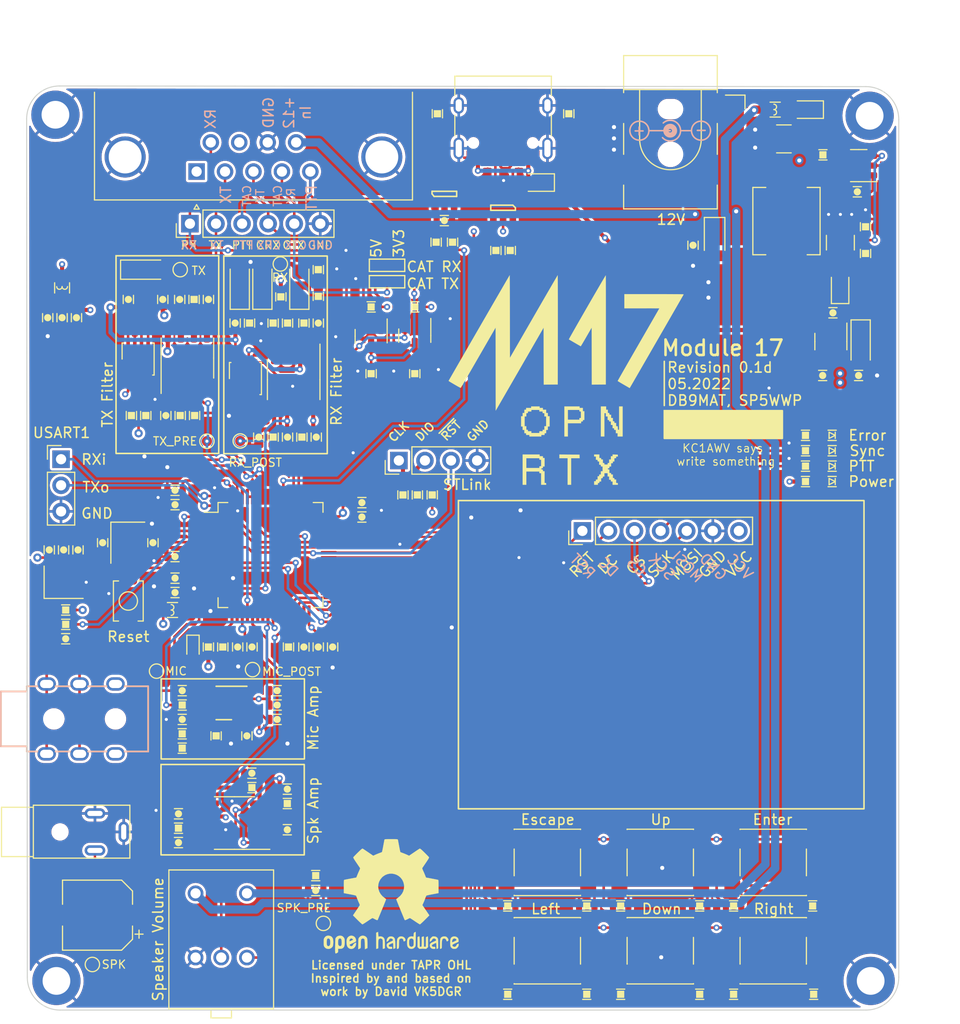
<source format=kicad_pcb>
(kicad_pcb (version 20211014) (generator pcbnew)
  (layers (0 "F.Cu" signal) (1 "In1.Cu" signal) (2 "In2.Cu" signal) (31 "B.Cu" signal) (34 "B.Paste" user) (35 "F.Paste" user) (36 "B.SilkS" user "B.Silkscreen") (37 "F.SilkS" user "F.Silkscreen") (38 "B.Mask" user) (39 "F.Mask" user) (44 "Edge.Cuts" user))
  (net 0 "")
  (net 1 "VDD")
  (net 2 "GND")
  (net 3 "Net-(C2-Pad2)")
  (net 4 "Net-(C5-Pad2)")
  (net 5 "Net-(C9-Pad2)")
  (net 6 "VDDA")
  (net 7 "+5V")
  (net 8 "BASEBAND_RX")
  (net 9 "Net-(C22-Pad1)")
  (net 10 "NRST")
  (net 11 "Net-(C29-Pad1)")
  (net 12 "AUDIO_SPK")
  (net 13 "VAA")
  (net 14 "Net-(C31-Pad1)")
  (net 15 "Net-(C32-Pad1)")
  (net 16 "Net-(C36-Pad1)")
  (net 17 "Net-(C12-Pad1)")
  (net 18 "Net-(C20-Pad1)")
  (net 19 "Net-(C20-Pad2)")
  (net 20 "Net-(C21-Pad1)")
  (net 21 "Net-(C45-Pad2)")
  (net 22 "Net-(C49-Pad1)")
  (net 23 "Net-(C35-Pad1)")
  (net 24 "Net-(C51-Pad1)")
  (net 25 "Net-(C52-Pad1)")
  (net 26 "Net-(C53-Pad1)")
  (net 27 "Net-(C53-Pad2)")
  (net 28 "Net-(C54-Pad1)")
  (net 29 "Net-(C55-Pad1)")
  (net 30 "Net-(C56-Pad1)")
  (net 31 "Net-(C35-Pad2)")
  (net 32 "Net-(C6-Pad1)")
  (net 33 "Net-(C36-Pad2)")
  (net 34 "Net-(D1-PadA)")
  (net 35 "Net-(D2-PadA)")
  (net 36 "Net-(D3-PadA)")
  (net 37 "Net-(D4-PadA)")
  (net 38 "MIC")
  (net 39 "SPEAKER")
  (net 40 "Net-(C59-Pad1)")
  (net 41 "/Microcontroller/xUDP")
  (net 42 "Net-(J2-PadB5)")
  (net 44 "/Microcontroller/xUDN")
  (net 45 "Net-(J2-PadA5)")
  (net 47 "+12V")
  (net 48 "RADIO_TX")
  (net 49 "Net-(C10-Pad2)")
  (net 50 "Net-(C64-Pad1)")
  (net 51 "RADIO_PTT")
  (net 52 "RADIO_RX")
  (net 54 "Net-(C64-Pad2)")
  (net 55 "SWDIO")
  (net 56 "SWCLK")
  (net 57 "Net-(R5-Pad2)")
  (net 58 "Net-(R6-Pad1)")
  (net 59 "BTN_UP")
  (net 60 "Net-(R10-Pad1)")
  (net 61 "BTN_DOWN")
  (net 62 "Net-(R11-Pad1)")
  (net 63 "Net-(R12-Pad1)")
  (net 64 "~{BOOT0}")
  (net 65 "BTN_LEFT")
  (net 66 "Net-(R17-Pad1)")
  (net 67 "Net-(R18-Pad1)")
  (net 68 "BTN_RIGHT")
  (net 69 "FLASH_CS")
  (net 70 "SPI1_SCK")
  (net 71 "LED-PTT")
  (net 72 "LED-SYNC")
  (net 73 "LED-ERROR")
  (net 74 "Net-(R28-Pad1)")
  (net 75 "USB_DN")
  (net 76 "USB_DP")
  (net 77 "~{PTT_IN}")
  (net 78 "AUDIO_MIC")
  (net 79 "Net-(R41-Pad2)")
  (net 80 "BASEBAND_TX")
  (net 81 "Net-(D6-Pad2)")
  (net 82 "~{PTT_OUT}")
  (net 83 "Net-(D9-Pad2)")
  (net 84 "SPK_MUTE")
  (net 85 "USART3_TX")
  (net 86 "CAT_TXout")
  (net 87 "CAT_RXin")
  (net 88 "USART3_RX")
  (net 89 "Net-(J9-Pad1)")
  (net 90 "Net-(J9-Pad2)")
  (net 91 "USART1_RX")
  (net 93 "USART1_TX")
  (net 94 "Net-(R1-Pad1)")
  (net 95 "Net-(R8-Pad1)")
  (net 96 "MIC_GAIN")
  (net 97 "BTN_ENT")
  (net 98 "Net-(R23-Pad1)")
  (net 99 "Net-(R36-Pad1)")
  (net 100 "Net-(R42-Pad1)")
  (net 101 "Net-(R44-Pad2)")
  (net 102 "I2C_SDA")
  (net 103 "I2C_SCL")
  (net 104 "~{MIC_MUTE}")
  (net 105 "Net-(U7-Pad2)")
  (net 108 "OLED_SPI_MOSI")
  (net 109 "OLED_SPI_SCK")
  (net 110 "OLED_DC")
  (net 111 "OLED_RST")
  (net 113 "OLED_CS")
  (net 116 "VBAT")
  (net 117 "SPI1_MISO")
  (net 118 "SPI1_MOSI")
  (net 119 "Net-(R29-Pad1)")
  (net 123 "Net-(C66-Pad1)")
  (net 124 "Net-(C67-Pad1)")
  (net 125 "Net-(D10-Pad1)")
  (net 126 "Net-(C57-Pad1)")
  (net 127 "Net-(C58-Pad1)")
  (net 129 "Net-(C58-Pad2)")
  (net 130 "Net-(C65-Pad1)")
  (net 131 "Net-(R56-Pad2)")
  (net 132 "Net-(J4-Pad1)")
  (net 133 "TCXO")
  (net 134 "Net-(J6-Pad1)")
  (net 137 "Net-(FB2-Pad2)")
  (net 138 "VIN")
  (footprint "pkl_dipol:R_0603" (layer "F.Cu") (at 115.95 122.4 180)
    (fp_text reference "R14")
    (fp_text value "470")
  )
  (footprint "pkl_dipol:C_0603" (layer "F.Cu") (at 83.55 73.35 180)
    (fp_text reference "C13")
    (fp_text value "100n")
  )
  (footprint "pkl_dipol:C_0603" (layer "F.Cu") (at 81.4 78.45 90)
    (fp_text reference "C6")
    (fp_text value "12p")
  )
  (footprint "pkl_dipol:R_0603" (layer "F.Cu") (at 83.885 106.235)
    (fp_text reference "R33")
    (fp_text value "2k")
  )
  (footprint "pkl_dipol:R_0603" (layer "F.Cu") (at 137.95 122.4 180)
    (fp_text reference "R20")
    (fp_text value "470")
  )
  (footprint "pkl_dipol:L_0805" (layer "F.Cu") (at 83.3 85 180)
    (fp_text reference "FB1")
    (fp_text value "FB0805")
  )
  (footprint "pkl_jumpers:J_NCNO_0903_20" (layer "F.Cu") (at 104.2 53.05)
    (fp_text reference "J4")
    (fp_text value "CAT_TX")
  )
  (footprint "pkl_dipol:C_0603" (layer "F.Cu") (at 150 44.3 180)
    (fp_text reference "C64")
    (fp_text value "100n")
  )
  (footprint "pkl_dipol:R_0603" (layer "F.Cu") (at 94.6 88.6 90)
    (fp_text reference "R5")
    (fp_text value "1k")
  )
  (footprint "pkl_dipol:R_0603" (layer "F.Cu") (at 96.105 57.075 -90)
    (fp_text reference "R41")
    (fp_text value "3k3")
  )
  (footprint "pkl_dipol:R_0603" (layer "F.Cu") (at 102.65 55.5 180)
    (fp_text reference "R59")
    (fp_text value "10k")
  )
  (footprint "pkl_dipol:R_0603" (layer "F.Cu") (at 144.95 72.5 180)
    (fp_text reference "R24")
    (fp_text value "680R")
  )
  (footprint "Capacitor_Tantalum_SMD:CP_EIA-3216-18_Kemet-A" (layer "F.Cu") (at 89.855 53.425 90)
    (fp_text reference "C56")
    (fp_text value "22u")
  )
  (footprint "pkl_dipol:R_0603" (layer "F.Cu") (at 110.58 49.2 90)
    (fp_text reference "R49")
    (fp_text value "47k")
  )
  (footprint "pkl_dipol:R_0603" (layer "F.Cu") (at 97.505 54.475 -90)
    (fp_text reference "R55")
    (fp_text value "DNP")
  )
  (footprint "pkl_dipol:R_0603" (layer "F.Cu") (at 90.805 57.075 90)
    (fp_text reference "R42")
    (fp_text value "2k2")
  )
  (footprint "pkl_dipol:C_0603" (layer "F.Cu") (at 94.505 68.175 -90)
    (fp_text reference "C45")
    (fp_text value "10n")
  )
  (footprint "TestPoint:TestPoint_Pad_D1.0mm" (layer "F.Cu") (at 98 115.5)
    (fp_text reference "TP2")
    (fp_text value "TP_SPK_PRE")
  )
  (footprint "pkl_dipol:R_0603" (layer "F.Cu") (at 87.55 97.25 -90)
    (fp_text reference "R23")
    (fp_text value "100k")
  )
  (footprint "pkl_dipol:C_0603" (layer "F.Cu") (at 73.95 56.55 -90)
    (fp_text reference "C38")
    (fp_text value "100n")
  )
  (footprint "pkl_dipol:C_0603" (layer "F.Cu") (at 83.55 83.3 180)
    (fp_text reference "C11")
    (fp_text value "100n")
  )
  (footprint "pkl_dipol:C_0603" (layer "F.Cu") (at 98.9 88.6 -90)
    (fp_text reference "C16")
    (fp_text value "10n")
  )
  (footprint "Diode_SMD:D_SOD-523" (layer "F.Cu") (at 85.3 88.6 -90)
    (fp_text reference "D10")
    (fp_text value "3v3")
  )
  (footprint "pkl_dipol:C_0603" (layer "F.Cu") (at 89.65 88.6 -90)
    (fp_text reference "C1")
    (fp_text value "100n")
  )
  (footprint "pkl_dipol:C_0603" (layer "F.Cu") (at 93.5 92.85)
    (fp_text reference "C46")
    (fp_text value "100n")
  )
  (footprint "pkl_dipol:C_0603" (layer "F.Cu") (at 150.12452 62.17548)
    (fp_text reference "C25")
    (fp_text value "1u")
  )
  (footprint "pkl_dipol:R_0603" (layer "F.Cu") (at 94.485 103.835 180)
    (fp_text reference "R31")
    (fp_text value "22k")
  )
  (footprint "Oscillator:Oscillator_SMD_Abracon_ASE-4Pin_3.2x2.5mm" (layer "F.Cu") (at 72.7 82.3)
    (fp_text reference "X1")
    (fp_text value "12 MHz TCXO")
  )
  (footprint "pkl_dipol:C_0603" (layer "F.Cu") (at 97.25 112.3)
    (fp_text reference "C10")
    (fp_text value "1n")
  )
  (footprint "Connector_PinHeader_2.54mm:PinHeader_1x07_P2.54mm_Vertical" (layer "F.Cu") (at 123.225 77.3 90)
    (fp_text reference "J3")
    (fp_text value "OLED")
  )
  (footprint "pkl_dipol:R_0603" (layer "F.Cu") (at 137.95 113.8 180)
    (fp_text reference "R19")
    (fp_text value "470")
  )
  (footprint "pkl_dipol:D_0603" (layer "F.Cu") (at 147.55 71 180)
    (fp_text reference "D2")
    (fp_text value "PTT")
  )
  (footprint "pkl_dipol:C_0603" (layer "F.Cu") (at 101.75 75.95 180)
    (fp_text reference "C5")
    (fp_text value "2u2")
  )
  (footprint "Connector_PinHeader_2.54mm:PinHeader_1x03_P2.54mm_Vertical" (layer "F.Cu") (at 72.45 70.325)
    (fp_text reference "J10")
    (fp_text value "UART")
  )
  (footprint "pkl_dipol:C_0603" (layer "F.Cu") (at 89.405 57.075 90)
    (fp_text reference "C44")
    (fp_text value "100n")
  )
  (footprint "TestPoint:TestPoint_Pad_D1.0mm" (layer "F.Cu") (at 84.055 51.875)
    (fp_text reference "TP8")
    (fp_text value "TP_TX")
  )
  (footprint "M17-SmartMic:PJ-211A" (layer "F.Cu") (at 72.35 106.6)
    (fp_text reference "J1")
    (fp_text value "Kenwood-2.5")
  )
  (footprint "MountingHole:MountingHole_2.7mm_M2.5_DIN965_Pad" (layer "F.Cu") (at 151.3 121.1)
    (fp_text reference "H4")
    (fp_text value "M3")
  )
  (footprint "pkl_dipol:R_0603" (layer "F.Cu") (at 109.1 36.7 -90)
    (fp_text reference "R16")
    (fp_text value "5k1")
  )
  (footprint "Connector_PinHeader_2.54mm:PinHeader_1x06_P2.54mm_Vertical" (layer "F.Cu") (at 85 47.4 90)
    (fp_text reference "J11")
    (fp_text value "Radio_Opt")
  )
  (footprint "pkl_dipol:L_0805" (layer "F.Cu") (at 72.55 53.65 90)
    (fp_text reference "FB3")
    (fp_text value "FB0805")
  )
  (footprint "pkl_dipol:R_0603" (layer "F.Cu") (at 85.405 54.775 -90)
    (fp_text reference "R40")
    (fp_text value "3k9")
  )
  (footprint "MountingHole:MountingHole_2.7mm_M2.5_DIN965_Pad" (layer "F.Cu") (at 72 121.1)
    (fp_text reference "H3")
    (fp_text value "M3")
  )
  (footprint "pkl_dipol:R_0603" (layer "F.Cu") (at 116.2 50.01 -90)
    (fp_text reference "R28")
    (fp_text value "27")
  )
  (footprint "Diode_SMD:D_PowerDI-123" (layer "F.Cu") (at 136.1 49 -90)
    (fp_text reference "D5")
    (fp_text value "DFLT18A-7 ")
  )
  (footprint "Symbol:OSHW-Logo2_14.6x12mm_SilkScreen" (layer "F.Cu") (at 104.6 112.85)
    (fp_text reference "REF**" hide)
    (fp_text value "OSHW-Logo2_14.6x12mm_SilkScreen" hide)
  )
  (footprint "pkl_dipol:R_0603" (layer "F.Cu") (at 85.455 66.075 90)
    (fp_text reference "R38")
    (fp_text value "39k")
  )
  (footprint "pkl_connectors:USB_C_Receptacle_HRO_TYPE-C-31-M-12" (layer "F.Cu") (at 115.5 36.94 180)
    (fp_text reference "J2")
    (fp_text value "USB_C")
  )
  (footprint "pkl_dipol:C_0603" (layer "F.Cu") (at 83.55 74.75 180)
    (fp_text reference "C14")
    (fp_text value "10n")
  )
  (footprint "pkl_dipol:C_0603" (layer "F.Cu") (at 91.035 100.885 180)
    (fp_text reference "C35")
    (fp_text value "15p")
  )
  (footprint "pkl_dipol:D_0603" (layer "F.Cu") (at 147.55 69.5 180)
    (fp_text reference "D3")
    (fp_text value "Sync")
  )
  (footprint "pkl_dipol:C_0603" (layer "F.Cu") (at 83.885 107.635 180)
    (fp_text reference "C36")
    (fp_text value "100n")
  )
  (footprint "pkl_housings_sot:SOT-23" (layer "F.Cu") (at 109.78 44.5 -90)
    (fp_text reference "Q1")
    (fp_text value "IRLML2060")
  )
  (footprint "pkl_dipol:C_0603" (layer "F.Cu") (at 79.005 54.775 90)
    (fp_text reference "C50")
    (fp_text value "100n")
  )
  (footprint "pkl_dipol:C_0603" (layer "F.Cu") (at 93.5 95.65)
    (fp_text reference "C29")
    (fp_text value "2u2")
  )
  (footprint "pkl_dipol:R_0603" (layer "F.Cu") (at 93.105 68.175 -90)
    (fp_text reference "R37")
    (fp_text value "3k9")
  )
  (footprint "pkl_dipol:R_0603" (layer "F.Cu") (at 106.9 55.5 180)
    (fp_text reference "R58")
    (fp_text value "10k")
  )
  (footprint "pkl_dipol:C_0603" (layer "F.Cu") (at 76.5 78.45 90)
    (fp_text reference "C3")
    (fp_text value "12p")
  )
  (footprint "pkl_dipol:C_0603" (layer "F.Cu") (at 94.485 106.385)
    (fp_text reference "C31")
    (fp_text value "100n")
  )
  (footprint "Capacitor_Tantalum_SMD:CP_EIA-3216-18_Kemet-A" (layer "F.Cu") (at 95.655 53.425 90)
    (fp_text reference "C58")
    (fp_text value "22u")
  )
  (footprint "pkl_dipol:R_0603" (layer "F.Cu") (at 84.25 94.25 180)
    (fp_text reference "R8")
    (fp_text value "0")
  )
  (footprint "pkl_dipol:R_0603" (layer "F.Cu") (at 123.65 122.4 180)
    (fp_text reference "R12")
    (fp_text value "10k")
  )
  (footprint "pkl_dipol:R_0603" (layer "F.Cu") (at 121.9 36.7 -90)
    (fp_text reference "R15")
    (fp_text value "5k1")
  )
  (footprint "pkl_dipol:R_0603" (layer "F.Cu") (at 102.65 62 90)
    (fp_text reference "R61")
    (fp_text value "10k")
  )
  (footprint "pkl_dipol:C_0603" (layer "F.Cu") (at 84.25 92.85)
    (fp_text reference "C9")
    (fp_text value "100n")
  )
  (footprint "M17-SmartMic:PTR901" (layer "F.Cu") (at 88.05 115.7 -90)
    (fp_text reference "RV1")
    (fp_text value "50k")
  )
  (footprint "pkl_dipol:R_0603" (layer "F.Cu") (at 97.25 110.85)
    (fp_text reference "R2")
    (fp_text value "22k")
  )
  (footprint "pkl_dipol:R_0603" (layer "F.Cu") (at 108.6 73.8 90)
    (fp_text reference "R50")
    (fp_text value "47k")
  )
  (footprint "pkl_jumpers:J_NCNO_0903_20" (layer "F.Cu") (at 104.2 51.45)
    (fp_text reference "J6")
    (fp_text value "CAT_TX")
  )
  (footprint "pkl_dipol:R_0603" (layer "F.Cu") (at 134.65 122.4 180)
    (fp_text reference "R9")
    (fp_text value "10k")
  )
  (footprint "Diode_SMD:D_SOD-323" (layer "F.Cu") (at 148.32452 53.67548 90)
    (fp_text reference "D8")
    (fp_text value "BAT60A")
  )
  (footprint "pkl_housings_sot:SOT-23-6" (layer "F.Cu") (at 115.5 45.85 90)
    (fp_text reference "U3")
    (fp_text value "USBLC6-2")
  )
  (footprint "pkl_logos:heart_mask_025grid" (layer "F.Cu") (at 104.6 111.9)
    (fp_text reference "REF**" hide)
    (fp_text value "heart_mask_025grid" hide)
  )
  (footprint "Capacitor_Tantalum_SMD:CP_EIA-3216-18_Kemet-A" (layer "F.Cu") (at 150.32452 59.07548 -90)
    (fp_text reference "C18")
    (fp_text value "10u")
  )
  (footprint "pkl_dipol:R_0603" (layer "F.Cu") (at 97.505 51.875 -90)
    (fp_text reference "R52")
    (fp_text value "0")
  )
  (footprint "pkl_dipol:C_0603" (layer "F.Cu") (at 90.55 97.25 -90)
    (fp_text reference "C12")
    (fp_text value "100n")
  )
  (footprint "pkl_dipol:R_0603" (layer "F.Cu") (at 145.75 122.4 180)
    (fp_text reference "R18")
    (fp_text value "10k")
  )
  (footprint "pkl_dipol:C_0603" (layer "F.Cu") (at 86.805 54.775 90)
    (fp_text reference "C55")
    (fp_text value "680p")
  )
  (footprint "pkl_dipol:R_0603" (layer "F.Cu") (at 93.855 54.525 -90)
    (fp_text reference "R45")
    (fp_text value "22k")
  )
  (footprint "pkl_dipol:R_0603" (layer "F.Cu") (at 150.8 50.3 -90)
    (fp_text reference "R57")
    (fp_text value "126k")
  )
  (footprint "Package_DFN_QFN:DFN-8-1EP_3x3mm_P0.65mm_EP1.55x2.4mm" (layer "F.Cu") (at 90.405 62.475 90)
    (fp_text reference "U8")
    (fp_text value "MCP4551-103")
  )
  (footprint "Capacitor_Tantalum_SMD:CP_EIA-3216-18_Kemet-A" (layer "F.Cu") (at 92.055 53.425 90)
    (fp_text reference "C59")
    (fp_text value "22u")
  )
  (footprint "TestPoint:TestPoint_Pad_D1.0mm" (layer "F.Cu") (at 89.9 68.55)
    (fp_text reference "TP6")
    (fp_text value "TP_BBRX")
  )
  (footprint "pkl_dipol:C_0603" (layer "F.Cu") (at 146.62452 62.17548 180)
    (fp_text reference "C23")
    (fp_text value "100n")
  )
  (footprint "pkl_dipol:D_0603" (layer "F.Cu") (at 147.55 68 180)
    (fp_text reference "D4")
    (fp_text value "Error")
  )
  (footprint "TestPoint:TestPoint_Pad_D1.0mm" (layer "F.Cu") (at 81.75 90.95)
    (fp_text reference "TP1")
    (fp_text value "TP_MIC")
  )
  (footprint "Package_TO_SOT_SMD:SOT-23-5" (layer "F.Cu") (at 147.42452 58.87548 -90)
    (fp_text reference "U11")
    (fp_text value "TPS73233")
  )
  (footprint "M17-SmartMic:openrtx_logo_kicad" (layer "F.Cu") (at 122.147084 70.185333)
    (fp_text reference "Ref**" hide)
    (fp_text value "Val**" hide)
  )
  (footprint "pkl_dipol:R_0603" (layer "F.Cu") (at 84.25 98.45)
    (fp_text reference "R30")
    (fp_text value "150k")
  )
  (footprint "pkl_dipol:R_0603" (layer "F.Cu") (at 95.905 68.175 90)
    (fp_text reference "R39")
    (fp_text value "39k")
  )
  (footprint "Package_SO:SOIC-8_3.9x4.9mm_P1.27mm" (layer "F.Cu") (at 89.335 105.735 180)
    (fp_text reference "IC1")
    (fp_text value "LM4861M")
  )
  (footprint "Connector_PinHeader_2.54mm:PinHeader_1x04_P2.54mm_Vertical" (layer "F.Cu") (at 105.35 70.45 90)
    (fp_text reference "J9")
    (fp_text value "STLink")
  )
  (footprint "pkl_dipol:R_0603" (layer "F.Cu") (at 145.65 113.8 180)
    (fp_text reference "R17")
    (fp_text value "10k")
  )
  (footprint "pkl_dipol:R_0603" (layer "F.Cu") (at 72.9 86.4 180)
    (fp_text reference "R35")
    (fp_text value "2k2")
  )
  (footprint "pkl_dipol:R_0603" (layer "F.Cu") (at 84.055 66.075 -90)
    (fp_text reference "R36")
    (fp_text value "3k3")
  )
  (footprint "pkl_dipol:R_0603" (layer "F.Cu") (at 106.9 62 90)
    (fp_text reference "R60")
    (fp_text value "10k")
  )
  (footprint "pkl_dipol:C_0603" (layer "F.Cu") (at 82.655 66.075 90)
    (fp_text reference "C51")
    (fp_text value "10n")
  )
  (footprint "pkl_dipol:R_0603" (layer "F.Cu") (at 126.95 113.8 180)
    (fp_text reference "R7")
    (fp_text value "470")
  )
  (footprint "pkl_dipol:C_0603" (layer "F.Cu") (at 71.3 79.15 -90)
    (fp_text reference "C26")
    (fp_text value "4u7")
  )
  (footprint "pkl_dipol:C_0603" (layer "F.Cu") (at 74.1 79.15 90)
    (fp_text reference "C22")
    (fp_text value "100n")
  )
  (footprint "pkl_dipol:R_0603" (layer "F.Cu") (at 114.8 50.01 -90)
    (fp_text reference "R29")
    (fp_text value "27")
  )
  (footprint "pkl_dipol:R_0603" (layer "F.Cu") (at 144.95 71 180)
    (fp_text reference "R25")
    (fp_text value "680R")
  )
  (footprint "pkl_dipol:C_0603" (layer "F.Cu") (at 72.7 79.15 -90)
    (fp_text reference "C24")
    (fp_text value "100n")
  )
  (footprint "pkl_dipol:C_0603" (layer "F.Cu") (at 72.9 87.8)
    (fp_text reference "C32")
    (fp_text value "100n")
  )
  (footprint "Diode_SMD:D_SOD-323" (layer "F.Cu") (at 119 43.4 180)
    (fp_text reference "D9")
    (fp_text value "BAT60A")
  )
  (footprint "pkl_dipol:L_0805" (layer "F.Cu") (at 142 36.3 180)
    (fp_text reference "FB2")
    (fp_text value "FB0805")
  )
  (footprint "pkl_dipol:C_0603" (layer "F.Cu") (at 71.15 56.55 -90)
    (fp_text reference "C30")
    (fp_text value "22u")
  )
  (footprint "pkl_dipol:R_0603" (layer "F.Cu") (at 134.65 113.8 180)
    (fp_text reference "R6")
    (fp_text value "10k")
  )
  (footprint "pkl_dipol:C_0603" (layer "F.Cu") (at 84.005 54.775 -90)
    (fp_text reference "C53")
    (fp_text value "10n")
  )
  (footprint "pkl_dipol:C_0603" (layer "F.Cu") (at 83.55 81.9 180)
    (fp_text reference "C8")
    (fp_text value "1u")
  )
  (footprint "Package_SO:SOIC-8_3.9x4.9mm_P1.27mm" (layer "F.Cu") (at 95.105 62.575 -90)
    (fp_text reference "U7")
    (fp_text value "MCP6002")
  )
  (footprint "pkl_dipol:R_0603" (layer "F.Cu") (at 88.2 88.6 -90)
    (fp_text reference "R54")
    (fp_text value "10k")
  )
  (footprint "pkl_dipol:C_0603" (layer "F.Cu") (at 97.505 57.075 -90)
    (fp_text reference "C52")
    (fp_text value "10n")
  )
  (footprint "pkl_buttons_switches:SW_SPST_PTS645" (layer "F.Cu") (at 130.81 109.565)
    (fp_text reference "SW1")
    (fp_text value "Button Up")
  )
  (footprint "M17-SmartMic:M17-logo" (layer "F.Cu") (at 159.761166 101.736453)
    (fp_text reference "Ref**" hide)
    (fp_text value "Val**" hide)
  )
  (footprint "pkl_dipol:C_0603" (layer "F.Cu") (at 91.05 88.6 -90)
    (fp_text reference "C4")
    (fp_text value "10n")
  )
  (footprint "pkl_dipol:C_0603" (layer "F.Cu") (at 83.55 79.8)
    (fp_text reference "C27")
    (fp_text value "100n")
  )
  (footprint "pkl_dipol:C_0603" (layer "F.Cu") (at 97.5 88.6 -90)
    (fp_text reference "C17")
    (fp_text value "1u")
  )
  (footprint "Inductor_SMD:L_Vishay_IHLP-2525" (layer "F.Cu") (at 143.1 47.15 90)
    (fp_text reference "L1")
    (fp_text value "10u")
  )
  (footprint "pkl_dipol:R_0603" (layer "F.Cu") (at 84.25 97.05 180)
    (fp_text reference "R1")
    (fp_text value "2k2")
  )
  (footprint "pkl_dipol:R_0603" (layer "F.Cu") (at 144.95 69.5 180)
    (fp_text reference "R26")
    (fp_text value "680R")
  )
  (footprint "pkl_dipol:R_0603" (layer "F.Cu") (at 150.8 47.7 -90)
    (fp_text reference "R56")
    (fp_text value "24k")
  )
  (footprint "pkl_buttons_switches:SW_SPST_PTS645" (layer "F.Cu") (at 141.81 109.565)
    (fp_text reference "SW6")
    (fp_text value "Button Enter")
  )
  (footprint "M17-SmartMic:PJ-3136-B" (layer "F.Cu") (at 69.25 95.6)
    (fp_text reference "J5")
    (fp_text value "Kenwood-3.5")
  )
  (footprint "pkl_dipol:R_0603" (layer "F.Cu") (at 93.105 57.075 -90)
    (fp_text reference "R46")
    (fp_text value "22k")
  )
  (footprint "pkl_dipol:C_0603" (layer "F.Cu") (at 84.25 95.65 180)
    (fp_text reference "C21")
    (fp_text value "470n")
  )
  (footprint "TestPoint:TestPoint_Pad_D1.0mm" (layer "F.Cu") (at 91.1 90.8)
    (fp_text reference "TP3")
    (fp_text value "TP_MIC_POST")
  )
  (footprint "pkl_dipol:R_0603" (layer "F.Cu") (at 79.3 66.075 90)
    (fp_text reference "R48")
    (fp_text value "4k7")
  )
  (footprint "pkl_buttons_switches:SW_SPST_PTS645" (layer "F.Cu") (at 130.81 118.165)
    (fp_text reference "SW2")
    (fp_text value "Button Down")
  )
  (footprint "pkl_dipol:C_0603" (layer "F.Cu") (at 109.78 47.1)
    (fp_text reference "C54")
    (fp_text value "470p")
  )
  (footprint "Package_DFN_QFN:DFN-8-1EP_3x3mm_P0.65mm_EP1.55x2.4mm" (layer "F.Cu") (at 79.955 60.575 90)
    (fp_text reference "U9")
    (fp_text value "MCP4551-104")
  )
  (footprint "TestPoint:TestPoint_Pad_D1.0mm" (layer "F.Cu") (at 93.805 51.325)
    (fp_text reference "TP7")
    (fp_text value "TP_RX")
  )
  (footprint "pkl_dipol:R_0603" (layer "F.Cu") (at 144.95 68 180)
    (fp_text reference "R27")
    (fp_text value "680R")
  )
  (footprint "TestPoint:TestPoint_Pad_D1.0mm" (layer "F.Cu") (at 86.655 68.575)
    (fp_text reference "TP5")
    (fp_text value "TP_BBTX")
  )
  (footprint "Capacitor_Tantalum_SMD:CP_EIA-3216-18_Kemet-A" (layer "F.Cu") (at 80.555 51.875)
    (fp_text reference "C57")
    (fp_text value "22u")
  )
  (footprint "pkl_dipol:D_0603" (layer "F.Cu") (at 147.55 72.5 180)
    (fp_text reference "D1")
    (fp_text value "Power")
  )
  (footprint "pkl_buttons_switches:SW_SPST_PTS645" (layer "F.Cu") (at 119.81 118.165)
    (fp_text reference "SW5")
    (fp_text value "Button Left")
  )
  (footprint "pkl_dipol:R_0603" (layer "F.Cu") (at 72.9 85 180)
    (fp_text reference "R34")
    (fp_text value "10k")
  )
  (footprint "Diode_SMD:D_SOD-323" (layer "F.Cu") (at 145.2 36.3 180)
    (fp_text reference "D6")
    (fp_text value "BAT60A")
  )
  (footprint "Package_TO_SOT_SMD:SOT-23" (layer "F.Cu") (at 106.9 58.3 -90)
    (fp_text reference "Q2")
    (fp_text value "BSS138")
  )
  (footprint "pkl_dipol:R_0603" (layer "F.Cu") (at 80.7 66.075 90)
    (fp_text reference "R47")
    (fp_text value "4k7")
  )
  (footprint "Capacitor_SMD:C_1210_3225Metric" (layer "F.Cu") (at 148.35 49.25 90)
    (fp_text reference "C65")
    (fp_text value "22u")
  )
  (footprint "MountingHole:MountingHole_2.7mm_M2.5_DIN965_Pad" (layer "F.Cu") (at 151.2 36.9)
    (fp_text reference "H1")
    (fp_text value "M3")
  )
  (footprint "pkl_dipol:C_0603" (layer "F.Cu") (at 82.355 54.775 90)
    (fp_text reference "C60")
    (fp_text value "100n")
  )
  (footprint "pkl_buttons_switches:SW_SPST_PTS645" (layer "F.Cu") (at 141.81 118.165)
    (fp_text reference "SW7")
    (fp_text value "Button Right")
  )
  (footprint "TestPoint:TestPoint_Pad_D1.0mm" (layer "F.Cu") (at 75.5 119.5)
    (fp_text reference "TP4")
    (fp_text value "TP_SPK")
  )
  (footprint "Package_TO_SOT_SMD:SOT-23" (layer "F.Cu") (at 102.65 58.35 -90)
    (fp_text reference "Q3")
    (fp_text value "BSS138")
  )
  (footprint "pkl_dipol:C_0603" (layer "F.Cu") (at 96.1 88.6 90)
    (fp_text reference "C2")
    (fp_text value "2u2")
  )
  (footprint "pkl_dipol:R_0603" (layer "F.Cu") (at 115.95 113.8 180)
    (fp_text reference "R13")
    (fp_text value "470")
  )
  (footprint "pkl_dipol:R_0603" (layer "F.Cu") (at 126.95 122.4 180)
    (fp_text reference "R10")
    (fp_text value "470")
  )
  (footprint "pkl_dipol:R_0603" (layer "F.Cu") (at 146.65 40.7)
    (fp_text reference "R44")
    (fp_text value "100k")
  )
  (footprint "pkl_dipol:C_0603" (layer "F.Cu") (at 101.75 74.55)
    (fp_text reference "C7")
    (fp_text value "100n")
  )
  (footprint "Package_SO:SOIC-8_3.9x4.9mm_P1.27mm" (layer "F.Cu") (at 84.755 60.475 90)
    (fp_text reference "U6")
    (fp_text value "MCP6002")
  )
  (footprint "pkl_buttons_switches:SW_SPST_PTS645" (layer "F.Cu") (at 119.81 109.565)
    (fp_text reference "SW4")
    (fp_text value "Button Escape")
  )
  (footprint "M17-SmartMic:ST-1185S" (layer "F.Cu") (at 79 84.125 90)
    (fp_text reference "SW3")
    (fp_text value "Reset")
  )
  (footprint "pkl_dipol:R_0603" (layer "F.Cu") (at 107.15 73.8 90)
    (fp_text reference "R3")
    (fp_text value "22")
  )
  (footprint "pkl_dipol:R_0603" (layer "F.Cu") (at 94.505 57.075 90)
    (fp_text reference "R43")
    (fp_text value "22k")
  )
  (footprint "MountingHole:MountingHole_2.7mm_M2.5_DIN965_Pad" (layer "F.Cu") (at 71.9 36.8)
    (fp_text reference "H2")
    (fp_text value "M3")
  )
  (footprint "pkl_dipol:C_0603" (layer "F.Cu") (at 134 49.5 90)
    (fp_text reference "C61")
    (fp_text value "10n")
  )
  (footprint "pkl_dipol:R_0603" (layer "F.Cu") (at 105.75 73.8 90)
    (fp_text reference "R4")
    (fp_text value "22")
  )
  (footprint "pkl_dipol:C_0603" (layer "F.Cu") (at 94.485 102.435)
    (fp_text reference "C20")
    (fp_text value "220n")
  )
  (footprint "Package_QFP:LQFP-64_10x10mm_P0.5mm" (layer "F.Cu") (at 92.85 79.65)
    (fp_text reference "U10")
    (fp_text value "STM32F405RGTx")
  )
  (footprint "pkl_dipol:C_0603" (layer "F.Cu") (at 91.705 68.175 -90)
    (fp_text reference "C49")
    (fp_text value "680p")
  )
  (footprint "Capacitor_SMD:C_1210_3225Metric" (layer "F.Cu") (at 142.85 39.15 180)
    (fp_text reference "C62")
    (fp_text value "10u")
  )
  (footprint "pkl_dipol:R_0603" (layer "F.Cu") (at 123.65 113.8 180)
    (fp_text reference "R11")
    (fp_text value "10k")
  )
  (footprint "pkl_dipol:C_0603" (layer "F.Cu") (at 72.55 56.55 -90)
    (fp_text reference "C33")
    (fp_text value "1u")
  )
  (footprint "pkl_dipol:R_0603" (layer "F.Cu") (at 91.035 102.285 180)
    (fp_text reference "R32")
    (fp_text value "47k")
  )
  (footprint "pkl_dipol:C_0603" (layer "F.Cu") (at 97.305 68.175 -90)
    (fp_text reference "C48")
    (fp_text value "100n")
  )
  (footprint "Package_TO_SOT_SMD:SOT-23-6" (layer "F.Cu") (at 150.1375 41.75 180)
    (fp_text reference "U2")
    (fp_text value "TP6841S6")
  )
  (footprint "pkl_dipol:C_0603" (layer "F.Cu") (at 83.885 104.835 180)
    (fp_text reference "C43")
    (fp_text value "100n")
  )
  (footprint "Crystal:Crystal_SMD_3225-4Pin_3.2x2.5mm" (layer "F.Cu") (at 78.95 78.45 -90)
    (fp_text reference "Y1")
    (fp_text value "8 MHz")
  )
  (footprint "Connector_BarrelJack:BarrelJack_CLIFF_FC681465S_SMT_Horizontal" (layer "F.Cu") (at 131.8 39.15 -90)
    (fp_text reference "J8")
    (fp_text value "+12V")
  )
  (footprint "pkl_dipol:C_0603" (layer "F.Cu") (at 147.62452 56.07548 180)
    (fp_text reference "C19")
    (fp_text value "100n")
  )
  (footprint "pkl_dipol:C_0603" (layer "F.Cu") (at 93.5 94.25)
    (fp_text reference "C47")
    (fp_text value "2u2")
  )
  (footprint "Package_DFN_QFN:DFN-14-1EP_3x3mm_P0.4mm_EP1.78x2.35mm" (layer "F.Cu") (at 89.05 94.05 180)
    (fp_text reference "U1")
    (fp_text value "MAX9814")
  )
  (footprint "pkl_dipol:R_0603" (layer "F.Cu") (at 86.8 88.6 90)
    (fp_text reference "R53")
    (fp_text value "39k")
  )
  (footprint "Connector_Dsub:DSUB-9_Female_Horizontal_P2.77x2.84mm_EdgePinOffset4.94mm_Housed_MountingHolesOffset7.48mm" (layer "F.Cu") (at 85.65 42.330331 180)
    (fp_text reference "J7")
    (fp_text value "Radio")
  )
  (footprint "pkl_dipol:R_0603" (layer "F.Cu") (at 108.98 49.2 -90)
    (fp_text reference "R51")
    (fp_text value "330")
  )
  (footprint "Capacitor_SMD:CP_Elec_6.3x7.7" (layer "F.Cu") (at 76 114.7 180)
    (fp_text reference "C40")
    (fp_text value "470u")
  )
  (footprint "Symbol:Symbol_Barrel_Polarity" (layer "B.Cu") (at 131.775 38.275 180)
    (fp_text reference "REF**" hide)
    (fp_text value "Symbol_Barrel_Polarity")
  )
  (gr_rect (start 131.2 65.6) (end 142.7 68.3) (layer "F.SilkS") (width 0.15) (fill solid))
  (gr_line (start 131.2 60.8) (end 131.2 65.1) (layer "F.SilkS") (width 0.15))
  (gr_rect (start 96.135 100.035) (end 82.185 108.835) (layer "F.SilkS") (width 0.15) (fill none))
  (gr_rect (start 87.805 50.525) (end 77.805 69.763688) (layer "F.SilkS") (width 0.15) (fill none))
  (gr_rect (start 98.374475 69.783078) (end 88.3 50.55) (layer "F.SilkS") (width 0.15) (fill none))
  (gr_rect (start 96.15 91.7) (end 82.2 99.5) (layer "F.SilkS") (width 0.15) (fill none))
  (gr_rect (start 111.15 74.35) (end 150.65 104.35) (layer "F.SilkS") (width 0.15) (fill none))
  (gr_arc (start 150.837258 34.062742) (mid 153.1 35) (end 154.037258 37.262742) (layer "Edge.Cuts") (width 0.1))
  (gr_line (start 72.362742 123.937258) (end 150.837258 123.937258) (layer "Edge.Cuts") (width 0.1))
  (gr_line (start 150.837258 34.062742) (end 72.3 34) (layer "Edge.Cuts") (width 0.1))
  (gr_arc (start 154.037258 120.737258) (mid 153.1 123) (end 150.837258 123.937258) (layer "Edge.Cuts") (width 0.1))
  (gr_arc (start 72.362742 123.937258) (mid 70.1 123) (end 69.162742 120.737258) (layer "Edge.Cuts") (width 0.1))
  (gr_arc (start 69.1 37.2) (mid 70.037258 34.937258) (end 72.3 34) (layer "Edge.Cuts") (width 0.1))
  (gr_line (start 69.1 37.2) (end 69.162742 120.737258) (layer "Edge.Cuts") (width 0.1))
  (gr_line (start 154.037258 120.737258) (end 154.037258 37.262742) (layer "Edge.Cuts") (width 0.1))
  (gr_text "+" (at 128.75 38.3) (layer "B.SilkS") (effects (font (size 1 1)) (justify mirror)))
  (gr_text "VCC" (at 138.549492 80.8 315) (layer "B.SilkS") (effects (font (size 1 1)) (justify mirror)))
  (gr_text "CAT\nTX" (at 91.2 44.7 90) (layer "B.SilkS") (effects (font (size 0.8 0.8) (thickness 0.12)) (justify mirror)))
  (gr_text "TX" (at 88.5 44.6 90) (layer "B.SilkS") (effects (font (size 1 1)) (justify mirror)))
  (gr_text "+12\nIn" (at 95.45 36.6 90) (layer "B.SilkS") (effects (font (size 1 1)) (justify mirror)))
  (gr_text "DC" (at 125.749492 80.8 315) (layer "B.SilkS") (effects (font (size 1 1)) (justify mirror)))
  (gr_text "CAT\nRX" (at 94.2 44.7 90) (layer "B.SilkS") (effects (font (size 0.8 0.8) (thickness 0.12)) (justify mirror)))
  (gr_text "CS" (at 128.499492 80.75 315) (layer "B.SilkS") (effects (font (size 1 1)) (justify mirror)))
  (gr_text "CTX" (at 95.3 49.5) (layer "B.SilkS") (effects (font (size 0.8 0.8) (thickness 0.12)) (justify mirror)))
  (gr_text "GND" (at 92.65 36.6 90) (layer "B.SilkS") (effects (font (size 1 1)) (justify mirror)))
  (gr_text "RX" (at 84.9 49.5) (layer "B.SilkS") (effects (font (size 0.8 0.8) (thickness 0.12)) (justify mirror)))
  (gr_text "PTT" (at 90.2 49.5) (layer "B.SilkS") (effects (font (size 0.8 0.8) (thickness 0.12)) (justify mirror)))
  (gr_text "RX" (at 87 37.2 90) (layer "B.SilkS") (effects (font (size 1 1)) (justify mirror)))
  (gr_text "TX" (at 87.6 49.5) (layer "B.SilkS") (effects (font (size 0.8 0.8) (thickness 0.12)) (justify mirror)))
  (gr_text "PTT" (at 96.85 44.9 90) (layer "B.SilkS") (effects (font (size 1 1)) (justify mirror)))
  (gr_text "SCK" (at 130.949492 80.8 315) (layer "B.SilkS") (effects (font (size 1 1)) (justify mirror)))
  (gr_text "-" (at 134.8 38.25) (layer "B.SilkS") (effects (font (size 1 1)) (justify mirror)))
  (gr_text "RST" (at 123.249492 80.75 315) (layer "B.SilkS") (effects (font (size 1 1)) (justify mirror)))
  (gr_text "GND" (at 97.7 49.5) (layer "B.SilkS") (effects (font (size 0.8 0.8) (thickness 0.12)) (justify mirror)))
  (gr_text "MOSI" (at 133.449492 80.8 315) (layer "B.SilkS") (effects (font (size 1 1)) (justify mirror)))
  (gr_text "CRX" (at 92.7 49.5) (layer "B.SilkS") (effects (font (size 0.8 0.8) (thickness 0.12)) (justify mirror)))
  (gr_text "GND" (at 135.949492 80.8 315) (layer "B.SilkS") (effects (font (size 1 1)) (justify mirror)))
  (gr_text "Revision 0.1d\n05.2022\nDB9MAT, SP5WWP" (at 131.4 63) (layer "F.SilkS") (effects (font (size 1 1)) (justify left)))
  (gr_text "TXo" (at 75.85 73.05) (layer "F.SilkS") (effects (font (size 1 1))))
  (gr_text "Sync" (at 149.15 69.5) (layer "F.SilkS") (effects (font (size 1 1)) (justify left)))
  (gr_text "STLink" (at 112 72.8) (layer "F.SilkS") (effects (font (size 1 1))))
  (gr_text "Enter" (at 141.75 105.4) (layer "F.SilkS") (effects (font (size 1 1))))
  (gr_text "RX Filter" (at 99.27 63.75 90) (layer "F.SilkS") (effects (font (size 1 1))))
  (gr_text "CTX" (at 95.1 49.5) (layer "F.SilkS") (effects (font (size 0.8 0.8) (thickness 0.12))))
  (gr_text "TX" (at 85.855 51.975) (layer "F.SilkS") (effects (font (size 0.8 0.8) (thickness 0.12))))
  (gr_text "GND" (at 135.9 80.55 45) (layer "F.SilkS") (effects (font (size 1 1))))
  (gr_text "5V" (at 103.15 49.8 90) (layer "F.SilkS") (effects (font (size 1 1))))
  (gr_text "Up" (at 130.85 105.4) (layer "F.SilkS") (effects (font (size 1 1))))
  (gr_text "Escape" (at 119.85 105.4) (layer "F.SilkS") (effects (font (size 1 1))))
  (gr_text "3V3" (at 105.35 49.3 90) (layer "F.SilkS") (effects (font (size 1 1))))
  (gr_text "TX" (at 87.5 49.5) (layer "F.SilkS") (effects (font (size 0.8 0.8) (thickness 0.12))))
  (gr_text "Power" (at 149.05 72.5) (layer "F.SilkS") (effects (font (size 1 1)) (justify left)))
  (gr_text "CLK" (at 105.35 67.65 45) (layer "F.SilkS") (effects (font (size 0.8 0.8))))
  (gr_text "Mic Amp" (at 96.9975 95.5 90) (layer "F.SilkS") (effects (font (size 1 1))))
  (gr_text "CAT TX" (at 111.3 53.25) (layer "F.SilkS") (effects (font (size 1 1)) (justify right)))
  (gr_text "~{RST}" (at 110.45 67.55 45) (layer "F.SilkS") (effects (font (size 0.8 0.8))))
  (gr_text "Licensed under TAPR OHL\nInspired by and based on\nwork by David VK5DGR" (at 104.6 120.85) (layer "F.SilkS") (effects (font (size 0.8 0.8))))
  (gr_text "RX" (at 93.77 52.65) (layer "F.SilkS") (effects (font (size 0.8 0.8) (thickness 0.12))))
  (gr_text "GND" (at 97.7 49.5) (layer "F.SilkS") (effects (font (size 0.8 0.8) (thickness 0.12))))
  (gr_text "RX_POST" (at 91.37 70.65) (layer "F.SilkS") (effects (font (size 0.8 0.8) (thickness 0.12))))
  (gr_text "USART1" (at 72.5 67.75) (layer "F.SilkS") (effects (font (size 1 1))))
  (gr_text "RXi" (at 75.65 70.35) (layer "F.SilkS") (effects (font (size 1 1))))
  (gr_text "SCK" (at 130.9 80.55 45) (layer "F.SilkS") (effects (font (size 1 1))))
  (gr_text "Left" (at 119.65 114.1) (layer "F.SilkS") (effects (font (size 1 1))))
  (gr_text "Module 17" (at 130.8 59.5) (layer "F.SilkS") (effects (font (size 1.5 1.5) (thickness 0.25)) (justify left)))
  (gr_text "Right" (at 141.85 114.1) (layer "F.SilkS") (effects (font (size 1 1))))
  (gr_text "Error" (at 149.05 68) (layer "F.SilkS") (effects (font (size 1 1)) (justify left)))
  (gr_text "MIC_POST" (at 94.9 91) (layer "F.SilkS") (effects (font (size 0.8 0.8) (thickness 0.12))))
  (gr_text "Spk Amp" (at 96.9975 104.5225 90) (layer "F.SilkS") (effects (font (size 1 1))))
  (gr_text "CAT RX" (at 111.55 51.6) (layer "F.SilkS") (effects (font (size 1 1)) (justify right)))
  (gr_text "PTT" (at 149.05 71) (layer "F.SilkS") (effects (font (size 1 1)) (justify left)))
  (gr_text "SPK" (at 77.6 119.5) (layer "F.SilkS") (effects (font (size 0.8 0.8) (thickness 0.12))))
  (gr_text "Reset" (at 79 87.6) (layer "F.SilkS") (effects (font (size 1 1))))
  (gr_text "KC1AWV says \nwrite something" (at 137.2 69.9) (layer "F.SilkS") (effects (font (size 0.8 0.8) (thickness 0.1))))
  (gr_text "DIO" (at 107.9 67.65 45) (layer "F.SilkS") (effects (font (size 0.8 0.8))))
  (gr_text "VCC" (at 138.5 80.55 45) (layer "F.SilkS") (effects (font (size 1 1))))
  (gr_text "CS" (at 128.45 80.6 45) (layer "F.SilkS") (effects (font (size 1 1))))
  (gr_text "GND" (at 113.05 67.55 45) (layer "F.SilkS") (effects (font (size 0.8 0.8))))
  (gr_text "RX" (at 84.9 49.5) (layer "F.SilkS") (effects (font (size 0.8 0.8) (thickness 0.12))))
  (gr_text "CRX" (at 92.6 49.5) (layer "F.SilkS") (effects (font (size 0.8 0.8) (thickness 0.12))))
  (gr_text "PTT" (at 90.1 49.5) (layer "F.SilkS") (effects (font (size 0.8 0.8) (thickness 0.12))))
  (gr_text "RST" (at 123.2 80.6 45) (layer "F.SilkS") (effects (font (size 1 1))))
  (gr_text "TX Filter" (at 76.97 64.05 90) (layer "F.SilkS") (effects (font (size 1 1))))
  (gr_text "DC" (at 125.7 80.55 45) (layer "F.SilkS") (effects (font (size 1 1))))
  (gr_text "TX_PRE" (at 83.555 68.575) (layer "F.SilkS") (effects (font (size 0.8 0.8) (thickness 0.12))))
  (gr_text "MOSI" (at 133.4 80.55 45) (layer "F.SilkS") (effects (font (size 1 1))))
  (gr_text "Down" (at 130.95 114.1) (layer "F.SilkS") (effects (font (size 1 1))))
  (gr_text "GND" (at 75.95 75.6) (layer "F.SilkS") (effects (font (size 1 1))))
  (gr_text "Speaker Volume" (at 81.9 117.05 90) (layer "F.SilkS") (effects (font (size 1 1))))
  (gr_text "12V" (at 131.85 47) (layer "F.SilkS") (effects (font (size 1 1))))
  (gr_text "SPK_PRE" (at 96.1 114) (layer "F.SilkS") (effects (font (size 0.8 0.8) (thickness 0.12))))
  (gr_text "MIC" (at 83.65 90.95) (layer "F.SilkS") (effects (font (size 0.8 0.8) (thickness 0.12))))
  (segment (start 107.65 56.1) (end 107.65 55.5) (width 0.25) (layer "F.Cu") (net 1))
  (segment (start 90.1 87.85) (end 90.35 87.85) (width 0.25) (layer "F.Cu") (net 1))
  (segment (start 73.65 85) (end 74.55 85) (width 0.25) (layer "F.Cu") (net 1))
  (segment (start 93.855 53.775) (end 93.855 52.925) (width 0.4) (layer "F.Cu") (net 1))
  (segment (start 92.75 93.6) (end 92.75 94.25) (width 0.25) (layer "F.Cu") (net 1))
  (segment (start 107.85 57.3625) (end 107.85 56.3) (width 0.25) (layer "F.Cu") (net 1))
  (segment (start 97.5 87.35) (end 96.85 86.7) (width 0.25) (layer "F.Cu") (net 1))
  (segment (start 107.85 56.3) (end 107.65 56.1) (width 0.25) (layer "F.Cu") (net 1))
  (segment (start 125.285 115.915) (end 126.83 115.915) (width 0.25) (layer "F.Cu") (net 1))
  (segment (start 84.55 72.4) (end 84.3 72.65) (width 0.25) (layer "F.Cu") (net 1))
  (segment (start 78.98 55.55) (end 79.005 55.525) (width 0.25) (layer "F.Cu") (net 1))
  (segment (start 92.75 93.6) (end 92.7 93.65) (width 0.25) (layer "F.Cu") (net 1))
  (segment (start 89.43 60.925) (end 89.43 58.7) (width 0.25) (layer "F.Cu") (net 1))
  (segment (start 71.65 81.475) (end 71.65 80.25) (width 0.25) (layer "F.Cu") (net 1))
  (segment (start 96.6 86.45) (end 96.85 86.7) (width 0.25) (layer "F.Cu") (net 1))
  (segment (start 103.6 57.4125) (end 103.6 56.4) (width 0.25) (layer "F.Cu") (net 1))
  (segment (start 90.35 87.85) (end 90.35 87.099989) (width 0.25) (layer "F.Cu") (net 1))
  (segment (start 92.75 92.85) (end 92.75 93.6) (width 0.25) (layer "F.Cu") (net 1))
  (segment (start 136.285 107.315) (end 134.79 107.315) (width 0.25) (layer "F.Cu") (net 1))
  (segment (start 137.83 107.315) (end 145.79 107.315) (width 0.25) (layer "F.Cu") (net 1))
  (segment (start 103.6 56.4) (end 103.4 56.2) (width 0.25) (layer "F.Cu") (net 1))
  (segment (start 99.9 74.95) (end 100.3 74.55) (width 0.25) (layer "F.Cu") (net 1))
  (segment (start 80 67.8) (end 80 66.9) (width 0.25) (layer "F.Cu") (net 1))
  (segment (start 144.2 72.5) (end 143.4 72.5) (width 0.4) (layer "F.Cu") (net 1))
  (segment (start 125.285 107.315) (end 123.79 107.315) (width 0.25) (layer "F.Cu") (net 1))
  (segment (start 90.1 85.325) (end 90.1 86.849989) (width 0.25) (layer "F.Cu") (net 1))
  (segment (start 91.7 93.65) (end 90.525 93.65) (width 0.25) (layer "F.Cu") (net 1))
  (segment (start 99.9 75.55) (end 99.9 74.95) (width 0.25) (layer "F.Cu") (net 1))
  (segment (start 89.1 73.1) (end 89.1 73.975) (width 0.25) (layer "F.Cu") (net 1))
  (segment (start 79.95 66.85) (end 80.675 66.85) (width 0.25) (layer "F.Cu") (net 1))
  (segment (start 134.79 115.915) (end 136.285 115.915) (width 0.25) (layer "F.Cu") (net 1))
  (segment (start 107.65 55.5) (end 108.5 55.5) (width 0.25) (layer "F.Cu") (net 1))
  (segment (start 99.55 75.9) (end 99.9 75.55) (width 0.25) (layer "F.Cu") (net 1))
  (segment (start 100.3 74.55) (end 101 74.55) (width 0.25) (layer "F.Cu") (net 1))
  (segment (start 88.6 72.6) (end 89.1 73.1) (width 0.25) (layer "F.Cu") (net 1))
  (segment (start 79.3 66.825) (end 79.325 66.85) (width 0.25) (layer "F.Cu") (net 1))
  (segment (start 103.4 56.2) (end 103.4 55.5) (width 0.25) (layer "F.Cu") (net 1))
  (segment (start 78.98 63.72) (end 78.7 64) (width 0.25) (layer "F.Cu") (net 1))
  (segment (start 71.3 79.9) (end 70.15 79.9) (width 0.25) (layer "F.Cu") (net 1))
  (segment (start 82.4 85) (end 82.4 86.35) (width 0.25) (layer "F.Cu") (net 1))
  (segment (start 136.285 115.915) (end 137.83 115.915) (width 0.25) (layer "F.Cu") (net 1))
  (segment (start 79.325 66.85) (end 79.95 66.85) (width 0.25) (layer "F.Cu") (net 1))
  (segment (start 90.35 87.85) (end 91.05 87.85) (width 0.25) (layer "F.Cu") (net 1))
  (segment (start 92.7 93.65) (end 91.7 93.65) (width 0.25) (layer "F.Cu") (net 1))
  (segment (start 137.83 107.315) (end 136.285 107.315) (width 0.25) (layer "F.Cu") (net 1))
  (segment (start 89.65 87.85) (end 90.1 87.85) (width 0.25) (layer "F.Cu") (net 1))
  (segment (start 89.43 57.85) (end 89.405 57.825) (width 0.4) (layer "F.Cu") (net 1))
  (segment (start 80.675 66.85) (end 80.7 66.825) (width 0.25) (layer "F.Cu") (net 1))
  (segment (start 71.3 79.9) (end 72.7 79.9) (width 0.25) (layer "F.Cu") (net 1))
  (segment (start 90.35 87.099989) (end 90.1 86.849989) (width 0.25) (layer "F.Cu") (net 1))
  (segment (start 88.6 72.6) (end 88.4 72.4) (width 0.25) (layer "F.Cu") (net 1))
  (segment (start 123.79 107.315) (end 115.83 107.315) (width 0.25) (layer "F.Cu") (net 1))
  (segment (start 103.4 55.5) (end 104.2 55.5) (width 0.25) (layer "F.Cu") (net 1))
  (segment (start 71.65 80.25) (end 71.3 79.9) (width 0.25) (layer "F.Cu") (net 1))
  (segment (start 80 66.9) (end 79.95 66.85) (width 0.25) (layer "F.Cu") (net 1))
  (segment (start 97.5 87.85) (end 97.5 87.35) (width 0.25) (layer "F.Cu") (net 1))
  (segment (start 98.525 75.9) (end 99.55 75.9) (width 0.25) (layer "F.Cu") (net 1))
  (segment (start 78.98 59.025) (end 78.98 55.55) (width 0.25) (layer "F.Cu") (net 1))
  (segment (start 79.005 55.525) (end 77.295 55.525) (width 0.4) (layer "F.Cu") (net 1))
  (segment (start 89.43 58.7) (end 89.43 57.85) (width 0.4) (layer "F.Cu") (net 1))
  (segment (start 126.83 107.315) (end 125.285 107.315) (width 0.25) (layer "F.Cu") (net 1))
  (segment (start 137.83 115.915) (end 145.79 115.915) (width 0.25) (layer "F.Cu") (net 1))
  (segment (start 123.79 115.915) (end 125.285 115.915) (width 0.25) (layer "F.Cu") (net 1))
  (segment (start 78.98 62.125) (end 78.98 63.72) (width 0.25) (layer "F.Cu") (net 1))
  (segment (start 88.4 72.4) (end 84.55 72.4) (width 0.25) (layer "F.Cu") (net 1))
  (segment (start 84.3 72.65) (end 84.3 73.35) (width 0.25) (layer "F.Cu") (net 1))
  (segment (start 134.79 107.315) (end 126.83 107.315) (width 0.25) (layer "F.Cu") (net 1))
  (segment (start 126.83 115.915) (end 134.79 115.915) (width 0.25) (layer "F.Cu") (net 1))
  (segment (start 97.5 87.85) (end 98.9 87.85) (width 0.25) (layer "F.Cu") (net 1))
  (segment (start 108.6 74.55) (end 108.6 75.5) (width 0.25) (layer "F.Cu") (net 1))
  (segment (start 77.295 55.525) (end 77.27 55.55) (width 0.4) (layer "F.Cu") (net 1))
  (segment (start 84.3 73.35) (end 84.3 74.75) (width 0.25) (layer "F.Cu") (net 1))
  (segment (start 96.6 85.325) (end 96.6 86.45) (width 0.25) (layer "F.Cu") (net 1))
  (segment (start 115.83 115.915) (end 123.79 115.915) (width 0.25) (layer "F.Cu") (net 1))
  (via (at 90.1 86.849989) (size 0.8) (drill 0.4) (layers "F.Cu" "B.Cu") (net 1))
  (via (at 93.855 52.925) (size 0.6) (drill 0.3) (layers "F.Cu" "B.Cu") (net 1))
  (via (at 108.6 75.5) (size 0.6) (drill 0.3) (layers "F.Cu" "B.Cu") (net 1))
  (via (at 78.7 64) (size 0.6) (drill 0.3) (layers "F.Cu" "B.Cu") (net 1))
  (via (at 143.4 72.5) (size 0.6) (drill 0.3) (layers "F.Cu" "B.Cu") (net 1))
  (via (at 125.285 115.915) (size 0.6) (drill 0.3) (layers "F.Cu" "B.Cu") (net 1))
  (via (at 89.43 58.7) (size 0.6) (drill 0.3) (layers "F.Cu" "B.Cu") (net 1))
  (via (at 91.7 93.65) (size 0.6) (drill 0.3) (layers "F.Cu" "B.Cu") (net 1))
  (via (at 136.285 107.315) (size 0.6) (drill 0.3) (layers "F.Cu" "B.Cu") (net 1))
  (via (at 108.5 55.5) (size 0.6) (drill 0.3) (layers "F.Cu" "B.Cu") (net 1))
  (via (at 82.4 86.35) (size 0.8) (drill 0.4) (layers "F.Cu" "B.Cu") (net 1))
  (via (at 74.55 85) (size 0.8) (drill 0.4) (layers "F.Cu" "B.Cu") (net 1))
  (via (at 136.285 115.915) (size 0.6) (drill 0.3) (layers "F.Cu" "B.Cu") (net 1))
  (via (at 96.85 86.7) (size 0.6) (drill 0.3) (layers "F.Cu" "B.Cu") (net 1))
  (via (at 88.6 72.6) (size 0.6) (drill 0.3) (layers "F.Cu" "B.Cu") (net 1))
  (via (at 148.32452 61.97548) (size 0.8) (drill 0.4) (layers "F.Cu" "B.Cu") (net 1))
  (via (at 148.32452 62.87548) (size 0.8) (drill 0.4) (layers "F.Cu" "B.Cu") (net 1))
  (via (at 125.285 107.315) (size 0.6) (drill 0.3) (layers "F.Cu" "B.Cu") (net 1))
  (via (at 99.9 75.55) (size 0.8) (drill 0.4) (layers "F.Cu" "B.Cu") (net 1))
  (via (at 104.2 55.5) (size 0.6) (drill 0.3) (layers "F.Cu" "B.Cu") (net 1))
  (via (at 80 67.8) (size 0.8) (drill 0.4) (layers "F.Cu" "B.Cu") (net 1))
  (via (at 77.27 55.55) (size 0.8) (drill 0.4) (layers "F.Cu" "B.Cu") (net 1))
  (via (at 70.15 79.9) (size 0.8) (drill 0.4) (layers "F.Cu" "B.Cu") (net 1))
  (segment (start 89.43 58.7) (end 77.98 58.7) (width 0.4) (layer "B.Cu") (net 1))
  (segment (start 77.98 58.7) (end 77.27 57.99) (width 0.4) (layer "B.Cu") (net 1))
  (segment (start 77.27 57.99) (end 77.27 55.55) (width 0.4) (layer "B.Cu") (net 1))
  (segment (start 90.525 94.05) (end 89.05 94.05) (width 0.25) (layer "F.Cu") (net 2))
  (segment (start 83.5 95.65) (end 82.7 95.65) (width 0.25) (layer "F.Cu") (net 2))
  (segment (start 87.575 94.05) (end 89.05 94.05) (width 0.25) (layer "F.Cu") (net 2))
  (via (at 121.4 80.4) (size 0.6) (drill 0.3) (layers "F.Cu" "B.Cu") (net 2))
  (via (at 81.9 74.05) (size 0.6) (drill 0.3) (layers "F.Cu" "B.Cu") (net 2))
  (via (at 98.9 90.6) (size 0.8) (drill 0.4) (layers "F.Cu" "B.Cu") (net 2))
  (via (at 151.92452 62.17548) (size 0.8) (drill 0.4) (layers "F.Cu" "B.Cu") (net 2))
  (via (at 81.7 104.5) (size 0.6) (drill 0.3) (layers "F.Cu" "B.Cu") (net 2))
  (via (at 88.485 106.385) (size 0.6) (drill 0.3) (layers "F.Cu" "B.Cu") (net 2))
  (via (at 87.4 73.1) (size 0.6) (drill 0.3) (layers "F.Cu" "B.Cu") (net 2))
  (via (at 89.2 81.9) (size 0.8) (drill 0.4) (layers "F.Cu" "B.Cu") (net 2))
  (via (at 71.15 58.35) (size 0.8) (drill 0.4) (layers "F.Cu" "B.Cu") (net 2))
  (via (at 110.35 56.65) (size 0.6) (drill 0.3) (layers "F.Cu" "B.Cu") (net 2))
  (via (at 117.05 79.9) (size 0.6) (drill 0.3) (layers "F.Cu" "B.Cu") (net 2))
  (via (at 130.9 118.8) (size 0.8) (drill 0.4) (layers "F.Cu" "B.Cu") (net 2))
  (via (at 131 110.1) (size 0.8) (drill 0.4) (layers "F.Cu" "B.Cu") (net 2))
  (via (at 99.2 58.4) (size 0.6) (drill 0.3) (layers "F.Cu" "B.Cu") (net 2))
  (via (at 99.3 51.8) (size 0.6) (drill 0.3) (layers "F.Cu" "B.Cu") (net 2))
  (via (at 80.57 70.05) (size 0.8) (drill 0.4) (layers "F.Cu" "B.Cu") (net 2))
  (via (at 89.7 90.5) (size 0.8) (drill 0.4) (layers "F.Cu" "B.Cu") (net 2))
  (via (at 89.1 103.6) (size 0.6) (drill 0.3) (layers "F.Cu" "B.Cu") (net 2))
  (via (at 104.85 61.75) (size 0.6) (drill 0.3) (layers "F.Cu" "B.Cu") (net 2))
  (via (at 91.9 58.8) (size 0.6) (drill 0.3) (layers "F.Cu" "B.Cu") (net 2))
  (via (at 101.15 52.75) (size 0.6) (drill 0.3) (layers "F.Cu" "B.Cu") (net 2))
  (via (at 109.2 61.6) (size 0.6) (drill 0.3) (layers "F.Cu" "B.Cu") (net 2))
  (via (at 141.4 63.4) (size 0.6) (drill 0.3) (layers "F.Cu" "B.Cu") (net 2))
  (via (at 94.5 98) (size 0.8) (drill 0.4) (layers "F.Cu" "B.Cu") (net 2))
  (via (at 105.45 78.6) (size 0.6) (drill 0.3) (layers "F.Cu" "B.Cu") (net 2))
  (via (at 112.4 76) (size 0.8) (drill 0.4) (layers "F.Cu" "B.Cu") (net 2))
  (via (at 150.8 46.05) (size 0.6) (drill 0.3) (layers "F.Cu" "B.Cu") (net 2))
  (via (at 81.6 64.5) (size 0.6) (drill 0.3) (layers "F.Cu" "B.Cu") (net 2))
  (via (at 100.9 69.7) (size 0.6) (drill 0.3) (layers "F.Cu" "B.Cu") (net 2))
  (via (at 140.05 38.25) (size 0.8) (drill 0.4) (layers "F.Cu" "B.Cu") (net 2))
  (via (at 140.05 40) (size 0.8) (drill 0.4) (layers "F.Cu" "B.Cu") (net 2))
  (via (at 148.35 46.5) (size 0.6) (drill 0.3) (layers "F.Cu" "B.Cu") (net 2))
  (via (at 135.5 54.6) (size 0.8) (drill 0.4) (layers "F.Cu" "B.Cu") (net 2))
  (via (at 115.55 43.2) (size 0.6) (drill 0.3) (layers "F.Cu" "B.Cu") (net 2))
  (via (at 149.45 46.5) (size 0.6) (drill 0.3) (layers "F.Cu" "B.Cu") (net 2))
  (via (at 90.905 51.125) (size 0.8) (drill 0.4) (layers "F.Cu" "B.Cu") (net 2))
  (via (at 126.3 38) (size 0.8) (drill 0.4) (layers "F.Cu" "B.Cu") (net 2))
  (via (at 100.2 50) (size 0.6) (drill 0.3) (layers "F.Cu" "B.Cu") (net 2))
  (via (at 135.5 53.1) (size 0.8) (drill 0.4) (layers "F.Cu" "B.Cu") (net 2))
  (via (at 85.4 82.9) (size 0.8) (drill 0.4) (layers "F.Cu" "B.Cu") (net 2))
  (via (at 126.3 39.1) (size 0.8) (drill 0.4) (layers "F.Cu" "B.Cu") (net 2))
  (via (at 143.35 70.25) (size 0.6) (drill 0.3) (layers "F.Cu" "B.Cu") (net 2))
  (via (at 82.8 71.1) (size 0.8) (drill 0.4) (layers "F.Cu" "B.Cu") (net 2))
  (via (at 110.5 86.7) (size 0.8) (drill 0.4) (layers "F.Cu" "B.Cu") (net 2))
  (via (at 126.3 40.2) (size 0.8) (drill 0.4) (layers "F.Cu" "B.Cu") (net 2))
  (via (at 81.5 82.7) (size 0.8) (drill 0.4) (layers "F.Cu" "B.Cu") (net 2))
  (via (at 91.955 57.125) (size 0.6) (drill 0.3) (layers "F.Cu" "B.Cu") (net 2))
  (via (at 103.65 75.3) (size 0.6) (drill 0.3) (layers "F.Cu" "B.Cu") (net 2))
  (via (at 74.9 82.3) (size 0.6) (drill 0.3) (layers "F.Cu" "B.Cu") (net 2))
  (via (at 117.2 75.3) (size 0.8) (drill 0.4) (layers "F.Cu" "B.Cu") (net 2))
  (via (at 95.005 63.225) (size 0.6) (drill 0.3) (layers "F.Cu" "B.Cu") (net 2))
  (via (at 87 85.1) (size 0.8) (drill 0.4) (layers "F.Cu" "B.Cu") (net 2))
  (via (at 82.7 95.65) (size 0.6) (drill 0.3) (layers "F.Cu" "B.Cu") (net 2))
  (via (at 88.8 66.1) (size 0.8) (drill 0.4) (layers "F.Cu" "B.Cu") (net 2))
  (via (at 134 51.5) (size 0.8) (drill 0.4) (layers "F.Cu" "B.Cu") (net 2))
  (via (at 143.35 68.75) (size 0.6) (drill 0.3) (layers "F.Cu" "B.Cu") (net 2))
  (via (at 81.3 76.6) (size 0.8) (drill 0.4) (layers "F.Cu" "B.Cu") (net 2))
  (via (at 133.2 79.1) (size 0.6) (drill 0.3) (layers "F.Cu" "B.Cu") (net 2))
  (via (at 77.1 83.4) (size 0.6) (drill 0.3) (layers "F.Cu" "B.Cu") (net 2))
  (via (at 147.2 46.5) (size 0.6) (drill 0.3) (layers "F.Cu" "B.Cu") (net 2))
  (via (at 101.35 61.75) (size 0.6) (drill 0.3) (layers "F.Cu" "B.Cu") (net 2))
  (via (at 81.5 80.2) (size 0.6) (drill 0.3) (layers "F.Cu" "B.Cu") (net 2))
  (via (at 89 98) (size 0.8) (drill 0.4) (layers "F.Cu" "B.Cu") (net 2))
  (via (at 89.65 75.35) (size 0.6) (drill 0.3) (layers "F.Cu" "B.Cu") (net 2))
  (segment (start 96.1 85.325) (end 96.1 87.85) (width 0.25) (layer "F.Cu") (net 3))
  (segment (start 98.525 76.4) (end 100.55 76.4) (width 0.25) (layer "F.Cu") (net 4))
  (segment (start 100.55 76.4) (end 101 75.95) (width 0.25) (layer "F.Cu") (net 4))
  (segment (start 87.575 92.85) (end 85 92.85) (width 0.25) (layer "F.Cu") (net 5))
  (segment (start 84.3 81.9) (end 84.3 83.3) (width 0.25) (layer "F.Cu") (net 6))
  (segment (start 84.3 83.3) (end 84.3 84.9) (width 0.25) (layer "F.Cu") (net 6))
  (segment (start 87.175 81.9) (end 84.3 81.9) (width 0.25) (layer "F.Cu") (net 6))
  (segment (start 84.3 84.9) (end 84.2 85) (width 0.25) (layer "F.Cu") (net 6))
  (segment (start 88.4 105.1) (end 88.485 105.185) (width 0.4) (layer "F.Cu") (net 7))
  (segment (start 148.05 58.75) (end 148.37452 58.42548) (width 0.4) (layer "F.Cu") (net 7))
  (segment (start 86.86 105.1) (end 85.55 105.1) (width 0.4) (layer "F.Cu") (net 7))
  (segment (start 102.65 62.75) (end 106.9 62.75) (width 0.25) (layer "F.Cu") (net 7))
  (segment (start 85.285 104.835) (end 84.635 104.835) (width 0.4) (layer "F.Cu") (net 7))
  (segment (start 148.37452 57.73798) (end 150.31202 57.73798) (width 0.4) (layer "F.Cu") (net 7))
  (segment (start 115.5 46.95) (end 115.5 48.15) (width 0.25) (layer "F.Cu") (net 7))
  (segment (start 112.65 61.5) (end 112.65 48.15) (width 0.25) (layer "F.Cu") (net 7))
  (segment (start 148.37452 58.42548) (end 148.37452 57.73798) (width 0.4) (layer "F.Cu") (net 7))
  (segment (start 146.4625 57.75) (end 146.47452 57.73798) (width 0.4) (layer "F.Cu") (net 7))
  (segment (start 134.4 57.75) (end 146.4625 57.75) (width 0.4) (layer "F.Cu") (net 7))
  (segment (start 111.4 62.75) (end 112.65 61.5) (width 0.25) (layer "F.Cu") (net 7))
  (segment (start 106.9 62.75) (end 111.4 62.75) (width 0.25) (layer "F.Cu") (net 7))
  (segment (start 85.55 105.1) (end 85.285 104.835) (width 0.4) (layer "F.Cu") (net 7))
  (segment (start 146.82404 58.75) (end 148.05 58.75) (width 0.4) (layer "F.Cu") (net 7))
  (segment (start 148.32452 56.02548) (end 148.37452 56.07548) (width 0.4) (layer "F.Cu") (net 7))
  (segment (start 125.425 48.775) (end 134.4 57.75) (width 0.4) (layer "F.Cu") (net 7))
  (segment (start 86.86 105.1) (end 88.4 105.1) (width 0.4) (layer "F.Cu") (net 7))
  (segment (start 72.55 52.75) (end 72.55 51.35) (width 0.4) (layer "F.Cu") (net 7))
  (segment (start 148.37452 56.07548) (end 148.37452 57.73798) (width 0.4) (layer "F.Cu") (net 7))
  (segment (start 150.31202 57.73798) (end 150.32452 57.72548) (width 0.4) (layer "F.Cu") (net 7))
  (segment (start 148.32452 54.72548) (end 148.32452 56.02548) (width 0.4) (layer "F.Cu") (net 7))
  (segment (start 125.425 48.775) (end 120.05 43.4) (width 0.4) (layer "F.Cu") (net 7))
  (segment (start 146.47452 57.73798) (end 146.47452 58.40048) (width 0.4) (layer "F.Cu") (net 7))
  (segment (start 146.47452 58.40048) (end 146.82404 58.75) (width 0.4) (layer "F.Cu") (net 7))
  (via (at 88.485 105.185) (size 0.6) (drill 0.3) (layers "F.Cu" "B.Cu") (net 7))
  (via (at 112.65 48.15) (size 0.6) (drill 0.3) (layers "F.Cu" "B.Cu") (net 7))
  (via (at 115.5 48.15) (size 0.6) (drill 0.3) (layers "F.Cu" "B.Cu") (net 7))
  (via (at 72.55 51.35) (size 0.6) (drill 0.3) (layers "F.Cu" "B.Cu") (net 7))
  (via (at 125.425 48.775) (size 0.6) (drill 0.3) (layers "F.Cu" "B.Cu") (net 7))
  (segment (start 94.47 66.61) (end 94.47 67.39) (width 0.4) (layer "F.Cu") (net 8))
  (segment (start 94.47 65.05) (end 94.47 66.61) (width 0.4) (layer "F.Cu") (net 8))
  (segment (start 94.47 65.05) (end 95.74 65.05) (width 0.4) (layer "F.Cu") (net 8))
  (segment (start 87.175 82.9) (end 92.35 82.9) (width 0.25) (layer "F.Cu") (net 8))
  (segment (start 94.47 67.39) (end 94.505 67.425) (width 0.4) (layer "F.Cu") (net 8))
  (via (at 92.35 82.9) (size 0.6) (drill 0.3) (layers "F.Cu" "B.Cu") (net 8))
  (via (at 89.9 68.55) (size 0.6) (drill 0.3) (layers "F.Cu" "B.Cu") (net 8))
  (via (at 94.47 66.61) (size 0.6) (drill 0.3) (layers "F.Cu" "B.Cu") (net 8))
  (segment (start 92.35 68.55) (end 92.35 67.55) (width 0.25) (layer "B.Cu") (net 8))
  (segment (start 93.3 66.6) (end 94.46 66.6) (width 0.25) (layer "B.Cu") (net 8))
  (segment (start 92.35 67.55) (end 93.3 66.6) (width 0.25) (layer "B.Cu") (net 8))
  (segment (start 92.35 82.9) (end 92.35 68.55) (width 0.25) (layer "B.Cu") (net 8))
  (segment (start 94.46 66.6) (end 94.47 66.61) (width 0.25) (layer "B.Cu") (net 8))
  (segment (start 89.9 68.55) (end 92.35 68.55) (width 0.25) (layer "B.Cu") (net 8))
  (segment (start 74.1 81.125) (end 73.75 81.475) (width 0.25) (layer "F.Cu") (net 9))
  (segment (start 74.1 79.9) (end 74.1 81.125) (width 0.25) (layer "F.Cu") (net 9))
  (segment (start 79 81.1) (end 79 81.95) (width 0.25) (layer "F.Cu") (net 10))
  (segment (start 84.3 80.7) (end 84.1 80.9) (width 0.25) (layer "F.Cu") (net 10))
  (segment (start 91.1 79.4) (end 96.9255 79.4) (width 0.25) (layer "F.Cu") (net 10))
  (segment (start 84.1 80.9) (end 79.2 80.9) (width 0.25) (layer "F.Cu") (net 10))
  (segment (start 79.2 80.9) (end 79 81.1) (width 0.25) (layer "F.Cu") (net 10))
  (segment (start 85.25 79.8) (end 84.3 79.8) (width 0.25) (layer "F.Cu") (net 10))
  (segment (start 90.6 78.9) (end 91.1 79.4) (width 0.25) (layer "F.Cu") (net 10))
  (segment (start 86.15 78.9) (end 85.25 79.8) (width 0.25) (layer "F.Cu") (net 10))
  (segment (start 87.175 78.9) (end 86.15 78.9) (width 0.25) (layer "F.Cu") (net 10))
  (segment (start 110.05 73.05) (end 108.6 73.05) (width 0.25) (layer "F.Cu") (net 10))
  (segment (start 84.3 79.8) (end 84.3 80.7) (width 0.25) (layer "F.Cu") (net 10))
  (segment (start 110.43 72.67) (end 110.05 73.05) (width 0.25) (layer "F.Cu") (net 10))
  (segment (start 96.9255 79.4) (end 97 79.4745) (width 0.25) (layer "F.Cu") (net 10))
  (segment (start 110.43 70.45) (end 110.43 72.67) (width 0.25) (layer "F.Cu") (net 10))
  (segment (start 87.175 78.9) (end 90.6 78.9) (width 0.25) (layer "F.Cu") (net 10))
  (via (at 97 79.4745) (size 0.6) (drill 0.3) (layers "F.Cu" "B.Cu") (net 10))
  (segment (start 106.4755 79.4745) (end 110.43 75.52) (width 0.25) (layer "B.Cu") (net 10))
  (segment (start 110.43 75.52) (end 110.43 70.45) (width 0.25) (layer "B.Cu") (net 10))
  (segment (start 97 79.4745) (end 106.4755 79.4745) (width 0.25) (layer "B.Cu") (net 10))
  (segment (start 90.525 94.45) (end 91.25 94.45) (width 0.25) (layer "F.Cu") (net 11))
  (segment (start 91.25 94.45) (end 92.45 95.65) (width 0.25) (layer "F.Cu") (net 11))
  (segment (start 92.45 95.65) (end 92.75 95.65) (width 0.25) (layer "F.Cu") (net 11))
  (segment (start 95.9 90.95) (end 96.5 91.55) (width 0.25) (layer "F.Cu") (net 12))
  (segment (start 96.5 91.55) (end 96.5 110.85) (width 0.25) (layer "F.Cu") (net 12))
  (segment (start 93.75 90.95) (end 95.9 90.95) (width 0.25) (layer "F.Cu") (net 12))
  (segment (start 91.1 85.325) (end 91.1 86.4) (width 0.25) (layer "F.Cu") (net 12))
  (segment (start 92.5 87.8) (end 92.5 89.7) (width 0.25) (layer "F.Cu") (net 12))
  (segment (start 91.1 86.4) (end 92.5 87.8) (width 0.25) (layer "F.Cu") (net 12))
  (segment (start 92.5 89.7) (end 93.75 90.95) (width 0.25) (layer "F.Cu") (net 12))
  (segment (start 82.85 59.78) (end 82.805 59.825) (width 0.4) (layer "F.Cu") (net 13))
  (segment (start 82.85 58) (end 82.85 59.78) (width 0.4) (layer "F.Cu") (net 13))
  (segment (start 72.55 55.8) (end 73.95 55.8) (width 0.4) (layer "F.Cu") (net 13))
  (segment (start 97.01 66.57) (end 97.01 67.13) (width 0.4) (layer "F.Cu") (net 13))
  (segment (start 82.355 55.525) (end 82.355 56.175) (width 0.4) (layer "F.Cu") (net 13))
  (segment (start 97.01 67.13) (end 97.305 67.425) (width 0.4) (layer "F.Cu") (net 13))
  (segment (start 82.355 56.175) (end 82.505 56.325) (width 0.4) (layer "F.Cu") (net 13))
  (segment (start 72.55 54.55) (end 72.55 55.8) (width 0.4) (layer "F.Cu") (net 13))
  (segment (start 71.15 55.8) (end 72.55 55.8) (width 0.4) (layer "F.Cu") (net 13))
  (segment (start 97.01 65.05) (end 97.01 66.57) (width 0.4) (layer "F.Cu") (net 13))
  (segment (start 73.95 55.8) (end 75.3 55.8) (width 0.4) (layer "F.Cu") (net 13))
  (via (at 97.01 66.57) (size 0.6) (drill 0.3) (layers "F.Cu" "B.Cu") (net 13))
  (via (at 82.505 56.325) (size 0.8) (drill 0.4) (layers "F.Cu" "B.Cu") (net 13))
  (via (at 75.3 55.8) (size 0.6) (drill 0.3) (layers "F.Cu" "B.Cu") (net 13))
  (via (at 82.805 59.825) (size 0.8) (drill 0.4) (layers "F.Cu" "B.Cu") (net 13))
  (segment (start 93.735 106.385) (end 91.825 106.385) (width 0.4) (layer "F.Cu") (net 14))
  (segment (start 91.81 106.37) (end 91.81 105.1) (width 0.4) (layer "F.Cu") (net 14))
  (segment (start 91.825 106.385) (end 91.81 106.37) (width 0.4) (layer "F.Cu") (net 14))
  (segment (start 72.15 89.85) (end 71.05 90.95) (width 0.25) (layer "F.Cu") (net 15))
  (segment (start 71.05 93.25) (end 71.05 92.2) (width 0.25) (layer "F.Cu") (net 15))
  (segment (start 70.5 97.4) (end 70.5 93.8) (width 0.25) (layer "F.Cu") (net 15))
  (segment (start 70.5 93.8) (end 71.05 93.25) (width 0.25) (layer "F.Cu") (net 15))
  (segment (start 71.05 99) (end 71.05 97.95) (width 0.25) (layer "F.Cu") (net 15))
  (segment (start 71.05 97.95) (end 70.5 97.4) (width 0.25) (layer "F.Cu") (net 15))
  (segment (start 71.05 90.95) (end 71.05 92.2) (width 0.25) (layer "F.Cu") (net 15))
  (segment (start 72.15 86.4) (end 72.15 87.8) (width 0.25) (layer "F.Cu") (net 15))
  (segment (start 72.15 87.8) (end 72.15 89.85) (width 0.25) (layer "F.Cu") (net 15))
  (segment (start 72.15 85) (end 72.15 86.4) (width 0.25) (layer "F.Cu") (net 15))
  (segment (start 86.86 107.64) (end 84.64 107.64) (width 0.4) (layer "F.Cu") (net 16))
  (segment (start 84.64 107.64) (end 84.635 107.635) (width 0.4) (layer "F.Cu") (net 16))
  (segment (start 90.525 96.475) (end 90.55 96.5) (width 0.25) (layer "F.Cu") (net 17))
  (segment (start 90.525 95.25) (end 90.525 96.475) (width 0.25) (layer "F.Cu") (net 17))
  (segment (start 89.45 107.607518) (end 89.45 104.45) (width 0.25) (layer "F.Cu") (net 18))
  (segment (start 88.05 109.007518) (end 89.45 107.607518) (width 0.25) (layer "F.Cu") (net 18))
  (segment (start 88.05 118.825) (end 88.05 109.007518) (width 0.25) (layer "F.Cu") (net 18))
  (segment (start 93.735 102.435) (end 93.735 101.385) (width 0.4) (layer "F.Cu") (net 18))
  (via (at 93.735 101.385) (size 0.6) (drill 0.3) (layers "F.Cu" "B.Cu") (net 18))
  (via (at 89.45 104.45) (size 0.6) (drill 0.3) (layers "F.Cu" "B.Cu") (net 18))
  (segment (start 90.1 104.45) (end 93.165 101.385) (width 0.25) (layer "B.Cu") (net 18))
  (segment (start 89.45 104.45) (end 90.1 104.45) (width 0.25) (layer "B.Cu") (net 18))
  (segment (start 93.165 101.385) (end 93.735 101.385) (width 0.25) (layer "B.Cu") (net 18))
  (segment (start 95.235 103.835) (end 95.235 102.435) (width 0.4) (layer "F.Cu") (net 19))
  (segment (start 87.575 94.45) (end 86.65 94.45) (width 0.25) (layer "F.Cu") (net 20))
  (segment (start 86.65 94.45) (end 85.45 95.65) (width 0.25) (layer "F.Cu") (net 20))
  (segment (start 85.45 95.65) (end 85 95.65) (width 0.25) (layer "F.Cu") (net 20))
  (segment (start 93.105 68.925) (end 94.505 68.925) (width 0.4) (layer "F.Cu") (net 21))
  (segment (start 94.505 68.925) (end 95.905 68.925) (width 0.4) (layer "F.Cu") (net 21))
  (segment (start 93.2 67.33) (end 93.105 67.425) (width 0.4) (layer "F.Cu") (net 22))
  (segment (start 93.2 65.05) (end 93.2 67.33) (width 0.4) (layer "F.Cu") (net 22))
  (segment (start 91.705 67.425) (end 93.105 67.425) (width 0.4) (layer "F.Cu") (net 22))
  (segment (start 93.735 103.835) (end 91.815 103.835) (width 0.4) (layer "F.Cu") (net 23))
  (segment (start 91.785 102.285) (end 91.785 100.885) (width 0.4) (layer "F.Cu") (net 23))
  (segment (start 91.785 103.805) (end 91.81 103.83) (width 0.4) (layer "F.Cu") (net 23))
  (segment (start 91.815 103.835) (end 91.81 103.83) (width 0.4) (layer "F.Cu") (net 23))
  (segment (start 91.785 102.285) (end 91.785 103.805) (width 0.4) (layer "F.Cu") (net 23))
  (segment (start 84.055 66.825) (end 82.655 66.825) (width 0.4) (layer "F.Cu") (net 24))
  (segment (start 85.455 66.825) (end 84.055 66.825) (width 0.4) (layer "F.Cu") (net 24))
  (segment (start 96.31452 64.16548) (end 98.305 62.175) (width 0.25) (layer "F.Cu") (net 25))
  (segment (start 98.305 62.175) (end 98.305 57.125) (width 0.25) (layer "F.Cu") (net 25))
  (segment (start 98.305 57.125) (end 97.505 56.325) (width 0.25) (layer "F.Cu") (net 25))
  (segment (start 97.505 56.325) (end 96.105 56.325) (width 0.4) (layer "F.Cu") (net 25))
  (segment (start 96.31452 67.01548) (end 96.31452 64.16548) (width 0.25) (layer "F.Cu") (net 25))
  (segment (start 95.905 67.425) (end 96.31452 67.01548) (width 0.25) (layer "F.Cu") (net 25))
  (segment (start 87.205 65.825) (end 88.055 64.975) (width 0.25) (layer "F.Cu") (net 26))
  (segment (start 88.055 64.975) (end 88.055 55.325) (width 0.25) (layer "F.Cu") (net 26))
  (segment (start 85.455 65.325) (end 85.955 65.825) (width 0.25) (layer "F.Cu") (net 26))
  (segment (start 88.055 55.325) (end 87.455 54.725) (width 0.25) (layer "F.Cu") (net 26))
  (segment (start 85.955 65.825) (end 87.205 65.825) (width 0.25) (layer "F.Cu") (net 26))
  (segment (start 84.005 54.025) (end 85.405 54.025) (width 0.4) (layer "F.Cu") (net 26))
  (segment (start 85.705 54.725) (end 85.405 54.425) (width 0.25) (layer "F.Cu") (net 26))
  (segment (start 85.405 54.425) (end 85.405 54.025) (width 0.25) (layer "F.Cu") (net 26))
  (segment (start 87.455 54.725) (end 85.705 54.725) (width 0.25) (layer "F.Cu") (net 26))
  (segment (start 81.3 54.7) (end 83.7 54.7) (width 0.25) (layer "F.Cu") (net 27))
  (segment (start 83.7 54.7) (end 84.005 55.005) (width 0.25) (layer "F.Cu") (net 27))
  (segment (start 80.93 59.025) (end 80.93 55.07) (width 0.25) (layer "F.Cu") (net 27))
  (segment (start 84.12 58) (end 84.12 55.64) (width 0.4) (layer "F.Cu") (net 27))
  (segment (start 84.12 55.64) (end 84.005 55.525) (width 0.4) (layer "F.Cu") (net 27))
  (segment (start 84.005 55.005) (end 84.005 55.525) (width 0.25) (layer "F.Cu") (net 27))
  (segment (start 85.39 58) (end 84.12 58) (width 0.4) (layer "F.Cu") (net 27))
  (segment (start 80.93 55.07) (end 81.3 54.7) (width 0.25) (layer "F.Cu") (net 27))
  (segment (start 109.03 47.1) (end 109.03 45.8) (width 0.4) (layer "F.Cu") (net 28))
  (segment (start 108.98 47.15) (end 109.03 47.1) (width 0.4) (layer "F.Cu") (net 28))
  (segment (start 108.98 48.45) (end 108.98 47.15) (width 0.4) (layer "F.Cu") (net 28))
  (segment (start 109.03 45.8) (end 108.83 45.6) (width 0.4) (layer "F.Cu") (net 28))
  (segment (start 86.66 58) (end 86.66 55.67) (width 0.4) (layer "F.Cu") (net 29))
  (segment (start 85.405 55.525) (end 86.805 55.525) (width 0.4) (layer "F.Cu") (net 29))
  (segment (start 86.66 55.67) (end 86.805 55.525) (width 0.4) (layer "F.Cu") (net 29))
  (segment (start 89.855 55.375) (end 90.805 56.325) (width 0.25) (layer "F.Cu") (net 30))
  (segment (start 89.855 54.775) (end 89.855 55.375) (width 0.25) (layer "F.Cu") (net 30))
  (segment (start 86.86 103.83) (end 81.02 103.83) (width 0.4) (layer "F.Cu") (net 31))
  (segment (start 90.285 102.285) (end 90.285 100.885) (width 0.4) (layer "F.Cu") (net 31))
  (segment (start 80 114.7) (end 78.7 114.7) (width 0.4) (layer "F.Cu") (net 31))
  (segment (start 81.02 103.83) (end 80 104.85) (width 0.4) (layer "F.Cu") (net 31))
  (segment (start 90.285 102.285) (end 87.435 102.285) (width 0.4) (layer "F.Cu") (net 31))
  (segment (start 80 104.85) (end 80 114.7) (width 0.4) (layer "F.Cu") (net 31))
  (segment (start 86.86 102.86) (end 86.86 103.83) (width 0.4) (layer "F.Cu") (net 31))
  (segment (start 87.435 102.285) (end 86.86 102.86) (width 0.4) (layer "F.Cu") (net 31))
  (segment (start 87.175 78.4) (end 82.5 78.4) (width 0.25) (layer "F.Cu") (net 32))
  (segment (start 80.15 79.2) (end 79.8 79.55) (width 0.25) (layer "F.Cu") (net 32))
  (segment (start 81.7 79.2) (end 81.4 79.2) (width 0.25) (layer "F.Cu") (net 32))
  (segment (start 81.4 79.2) (end 80.15 79.2) (width 0.25) (layer "F.Cu") (net 32))
  (segment (start 82.5 78.4) (end 81.7 79.2) (width 0.25) (layer "F.Cu") (net 32))
  (segment (start 83.135 107.635) (end 83.135 106.235) (width 0.4) (layer "F.Cu") (net 33))
  (segment (start 145.7 72.5) (end 146.8 72.5) (width 0.4) (layer "F.Cu") (net 34))
  (segment (start 145.7 71) (end 146.8 71) (width 0.4) (layer "F.Cu") (net 35))
  (segment (start 145.7 69.5) (end 146.8 69.5) (width 0.4) (layer "F.Cu") (net 36))
  (segment (start 145.7 68) (end 146.8 68) (width 0.4) (layer "F.Cu") (net 37))
  (segment (start 82.35 97.05) (end 81.75 96.45) (width 0.25) (layer "F.Cu") (net 38))
  (segment (start 81.75 92.85) (end 81.75 90.95) (width 0.25) (layer "F.Cu") (net 38))
  (segment (start 81.75 96.45) (end 81.75 92.85) (width 0.25) (layer "F.Cu") (net 38))
  (segment (start 81.75 90.95) (end 74.55 90.95) (width 0.25) (layer "F.Cu") (net 38))
  (segment (start 74.55 90.95) (end 74.25 91.25) (width 0.25) (layer "F.Cu") (net 38))
  (segment (start 74.25 92.2) (end 74.25 99) (width 0.25) (layer "F.Cu") (net 38))
  (segment (start 74.25 91.25) (end 74.25 92.2) (width 0.25) (layer "F.Cu") (net 38))
  (segment (start 83.5 92.85) (end 81.75 92.85) (width 0.25) (layer "F.Cu") (net 38))
  (segment (start 83.5 97.05) (end 82.35 97.05) (width 0.25) (layer "F.Cu") (net 38))
  (segment (start 75.5 118.7) (end 73.3 116.5) (width 0.25) (layer "F.Cu") (net 39))
  (segment (start 75.75 109.65) (end 75.75 108.4) (width 0.25) (layer "F.Cu") (net 39))
  (segment (start 73.3 116.5) (end 73.3 114.7) (width 0.25) (layer "F.Cu") (net 39))
  (segment (start 73.3 112.1) (end 75.75 109.65) (width 0.25) (layer "F.Cu") (net 39))
  (segment (start 75.5 119.5) (end 75.5 118.7) (width 0.25) (layer "F.Cu") (net 39))
  (segment (start 73.3 114.7) (end 73.3 112.1) (width 0.25) (layer "F.Cu") (net 39))
  (segment (start 92.055 54.775) (end 93.355 54.775) (width 0.25) (layer "F.Cu") (net 40))
  (segment (start 93.805 56.325) (end 93.805 55.325) (width 0.25) (layer "F.Cu") (net 40))
  (segment (start 93.805 55.325) (end 93.855 55.275) (width 0.25) (layer "F.Cu") (net 40))
  (segment (start 93.805 56.325) (end 94.505 56.325) (width 0.25) (layer "F.Cu") (net 40))
  (segment (start 93.105 56.325) (end 93.805 56.325) (width 0.25) (layer "F.Cu") (net 40))
  (segment (start 93.355 54.775) (end 93.855 55.275) (width 0.25) (layer "F.Cu") (net 40))
  (segment (start 114.75 43.3) (end 114.55 43.5) (width 0.25) (layer "F.Cu") (net 41))
  (segment (start 114.9 39.9) (end 115.6 39.9) (width 0.25) (layer "F.Cu") (net 41))
  (segment (start 114.75 40.985) (end 114.75 43.3) (width 0.25) (layer "F.Cu") (net 41))
  (segment (start 115.6 39.9) (end 115.75 40.05) (width 0.25) (layer "F.Cu") (net 41))
  (segment (start 114.75 40.05) (end 114.9 39.9) (width 0.25) (layer "F.Cu") (net 41))
  (segment (start 114.55 43.5) (end 114.55 44.75) (width 0.25) (layer "F.Cu") (net 41))
  (segment (start 115.75 40.05) (end 115.75 40.985) (width 0.25) (layer "F.Cu") (net 41))
  (segment (start 114.75 40.985) (end 114.75 40.05) (width 0.25) (layer "F.Cu") (net 41))
  (segment (start 113.75 37.9) (end 113.3 37.45) (width 0.25) (layer "F.Cu") (net 42))
  (segment (start 113.3 37.45) (end 109.1 37.45) (width 0.25) (layer "F.Cu") (net 42))
  (segment (start 113.75 40.985) (end 113.75 37.9) (width 0.25) (layer "F.Cu") (net 42))
  (segment (start 115.25 40.985) (end 115.25 41.85) (width 0.25) (layer "F.Cu") (net 44))
  (segment (start 116.45 42.4) (end 116.05 42) (width 0.25) (layer "F.Cu") (net 44))
  (segment (start 116.05 42) (end 116.25 41.8) (width 0.25) (layer "F.Cu") (net 44))
  (segment (start 115.4 42) (end 116.05 42) (width 0.25) (layer "F.Cu") (net 44))
  (segment (start 116.45 44.75) (end 116.45 42.4) (width 0.25) (layer "F.Cu") (net 44))
  (segment (start 116.25 41.8) (end 116.25 40.985) (width 0.25) (layer "F.Cu") (net 44))
  (segment (start 115.25 41.85) (end 115.4 42) (width 0.25) (layer "F.Cu") (net 44))
  (segment (start 116.75 38) (end 117.3 37.45) (width 0.25) (layer "F.Cu") (net 45))
  (segment (start 117.3 37.45) (end 121.9 37.45) (width 0.25) (layer "F.Cu") (net 45))
  (segment (start 116.75 40.985) (end 116.75 38) (width 0.25) (layer "F.Cu") (net 45))
  (segment (start 86.8 89.35) (end 86.8 90.5) (width 0.4) (layer "F.Cu") (net 47))
  (via (at 86.8 90.5) (size 0.8) (drill 0.4) (layers "F.Cu" "B.Cu") (net 47))
  (via (at 144.35 41.25) (size 0.8) (drill 0.4) (layers "F.Cu" "B.Cu") (net 47))
  (segment (start 81.905 51.875) (end 84.055 51.875) (width 0.25) (layer "F.Cu") (net 48))
  (segment (start 87.54 44.86) (end 87.54 47.4) (width 0.25) (layer "F.Cu") (net 48))
  (segment (start 88.42 43.98) (end 87.54 44.86) (width 0.25) (layer "F.Cu") (net 48))
  (segment (start 86.825 51.875) (end 87.54 51.16) (width 0.25) (layer "F.Cu") (net 48))
  (segment (start 84.055 51.875) (end 86.825 51.875) (width 0.25) (layer "F.Cu") (net 48))
  (segment (start 88.42 42.330331) (end 88.42 43.98) (width 0.25) (layer "F.Cu") (net 48))
  (segment (start 87.54 51.16) (end 87.54 47.4) (width 0.25) (layer "F.Cu") (net 48))
  (segment (start 90.55 118.825) (end 96.675 118.825) (width 0.25) (layer "F.Cu") (net 49))
  (segment (start 98 112.3) (end 98 115.5) (width 0.25) (layer "F.Cu") (net 49))
  (segment (start 96.675 118.825) (end 98 117.5) (width 0.25) (layer "F.Cu") (net 49))
  (segment (start 98 117.5) (end 98 115.5) (width 0.25) (layer "F.Cu") (net 49))
  (segment (start 98 110.85) (end 98 112.3) (width 0.25) (layer "F.Cu") (net 49))
  (segment (start 151.5 42.925) (end 151.275 42.7) (width 0.25) (layer "F.Cu") (net 50))
  (segment (start 150.75 44.3) (end 151.35 44.3) (width 0.25) (layer "F.Cu") (net 50))
  (segment (start 151.5 44.15) (end 151.5 42.925) (width 0.25) (layer "F.Cu") (net 50))
  (segment (start 151.35 44.3) (end 151.5 44.15) (width 0.25) (layer "F.Cu") (net 50))
  (segment (start 106 45) (end 107.6 43.4) (width 0.25) (layer "F.Cu") (net 51))
  (segment (start 96.73 44.63) (end 97.1 45) (width 0.25) (layer "F.Cu") (net 51))
  (segment (start 107.6 43.4) (end 109.8 43.4) (width 0.25) (layer "F.Cu") (net 51))
  (segment (start 97.1 45) (end 106 45) (width 0.25) (layer "F.Cu") (net 51))
  (segment (start 96.73 42.330331) (end 96.73 44.63) (width 0.25) (layer "F.Cu") (net 51))
  (segment (start 96.73 42.330331) (end 96.73 44.57) (width 0.25) (layer "B.Cu") (net 51))
  (segment (start 90.08 45.52) (end 90.08 47.4) (width 0.25) (layer "B.Cu") (net 51))
  (segment (start 96.73 44.57) (end 96.2 45.1) (width 0.25) (layer "B.Cu") (net 51))
  (segment (start 96.2 45.1) (end 90.5 45.1) (width 0.25) (layer "B.Cu") (net 51))
  (segment (start 90.5 45.1) (end 90.08 45.52) (width 0.25) (layer "B.Cu") (net 51))
  (segment (start 97.505 50.705) (end 97.1 50.3) (width 0.25) (layer "F.Cu") (net 52))
  (segment (start 97.1 50.3) (end 96.8 50) (width 0.25) (layer "F.Cu") (net 52))
  (segment (start 85 45.8) (end 85 47.4) (width 0.25) (layer "F.Cu") (net 52))
  (segment (start 96.8 50) (end 88.7 50) (width 0.25) (layer "F.Cu") (net 52))
  (segment (start 87.035 43.765) (end 85 45.8) (width 0.25) (layer "F.Cu") (net 52))
  (segment (start 87.035 39.490331) (end 87.035 43.765) (width 0.25) (layer "F.Cu") (net 52))
  (segment (start 97.505 51.125) (end 97.505 50.705) (width 0.25) (layer "F.Cu") (net 52))
  (via (at 88.7 50) (size 0.6) (drill 0.3) (layers "F.Cu" "B.Cu") (net 52))
  (segment (start 85.6 50) (end 85 49.4) (width 0.25) (layer "B.Cu") (net 52))
  (segment (start 88.7 50) (end 85.6 50) (width 0.25) (layer "B.Cu") (net 52))
  (segment (start 85 49.4) (end 85 47.4) (width 0.25) (layer "B.Cu") (net 52))
  (segment (start 98.525 76.9) (end 106.5 76.9) (width 0.25) (layer "F.Cu") (net 55))
  (segment (start 107.15 76.25) (end 107.15 74.55) (width 0.25) (layer "F.Cu") (net 55))
  (segment (start 106.5 76.9) (end 107.15 76.25) (width 0.25) (layer "F.Cu") (net 55))
  (segment (start 103.4 73.3) (end 104.65 74.55) (width 0.25) (layer "F.Cu") (net 56))
  (segment (start 104.65 74.55) (end 105.75 74.55) (width 0.25) (layer "F.Cu") (net 56))
  (segment (start 96.6 73.975) (end 99.275 73.975) (width 0.25) (layer "F.Cu") (net 56))
  (segment (start 99.275 73.975) (end 99.95 73.3) (width 0.25) (layer "F.Cu") (net 56))
  (segment (start 99.95 73.3) (end 103.4 73.3) (width 0.25) (layer "F.Cu") (net 56))
  (segment (start 94.6 85.325) (end 94.6 87.85) (width 0.25) (layer "F.Cu") (net 57))
  (segment (start 134.79 111.815) (end 126.83 111.815) (width 0.25) (layer "F.Cu") (net 58))
  (segment (start 135.4 113.8) (end 135.4 112.425) (width 0.25) (layer "F.Cu") (net 58))
  (segment (start 127.7 113.8) (end 127.7 112.685) (width 0.25) (layer "F.Cu") (net 58))
  (segment (start 135.4 112.425) (end 134.79 111.815) (width 0.25) (layer "F.Cu") (net 58))
  (segment (start 127.7 112.685) (end 126.83 111.815) (width 0.25) (layer "F.Cu") (net 58))
  (segment (start 125.5 113.8) (end 126.2 113.8) (width 0.25) (layer "F.Cu") (net 59))
  (segment (start 95.42548 83.82452) (end 112.219538 83.82452) (width 0.25) (layer "F.Cu") (net 59))
  (segment (start 95.1 85.325) (end 95.1 84.15) (width 0.25) (layer "F.Cu") (net 59))
  (segment (start 95.1 84.15) (end 95.42548 83.82452) (width 0.25) (layer "F.Cu") (net 59))
  (segment (start 125.3 113.6) (end 125.5 113.8) (width 0.25) (layer "F.Cu") (net 59))
  (segment (start 125.3 109.5) (end 125.3 113.6) (width 0.25) (layer "F.Cu") (net 59))
  (segment (start 112.219538 83.82452) (end 113.55048 85.155462) (width 0.25) (layer "F.Cu") (net 59))
  (segment (start 113.55048 108.415486) (end 114.284994 109.15) (width 0.25) (layer "F.Cu") (net 59))
  (segment (start 114.284994 109.15) (end 124.95 109.15) (width 0.25) (layer "F.Cu") (net 59))
  (segment (start 124.95 109.15) (end 125.3 109.5) (width 0.25) (layer "F.Cu") (net 59))
  (segment (start 113.55048 85.155462) (end 113.55048 108.415486) (width 0.25) (layer "F.Cu") (net 59))
  (segment (start 127.7 121.285) (end 126.83 120.415) (width 0.25) (layer "F.Cu") (net 60))
  (segment (start 134.79 120.415) (end 126.83 120.415) (width 0.25) (layer "F.Cu") (net 60))
  (segment (start 135.4 122.4) (end 135.4 121.025) (width 0.25) (layer "F.Cu") (net 60))
  (segment (start 127.7 122.4) (end 127.7 121.285) (width 0.25) (layer "F.Cu") (net 60))
  (segment (start 135.4 121.025) (end 134.79 120.415) (width 0.25) (layer "F.Cu") (net 60))
  (segment (start 98.261133 85.548031) (end 98.625049 85.548031) (width 0.25) (layer "F.Cu") (net 61))
  (segment (start 125.65 122.4) (end 126.2 122.4) (width 0.25) (layer "F.Cu") (net 61))
  (segment (start 113.75 117.65) (end 124.9 117.65) (width 0.25) (layer "F.Cu") (net 61))
  (segment (start 111.72308 85.02308) (end 112.35192 85.65192) (width 0.25) (layer "F.Cu") (net 61))
  (segment (start 112.35192 85.65192) (end 112.35192 116.25192) (width 0.25) (layer "F.Cu") (net 61))
  (segment (start 125.3 118.05) (end 125.3 122.05) (width 0.25) (layer "F.Cu") (net 61))
  (segment (start 99.15 85.02308) (end 111.72308 85.02308) (width 0.25) (layer "F.Cu") (net 61))
  (segment (start 125.3 122.05) (end 125.65 122.4) (width 0.25) (layer "F.Cu") (net 61))
  (segment (start 112.35192 116.25192) (end 113.75 117.65) (width 0.25) (layer "F.Cu") (net 61))
  (segment (start 98.625049 85.548031) (end 99.15 85.02308) (width 0.25) (layer "F.Cu") (net 61))
  (segment (start 124.9 117.65) (end 125.3 118.05) (width 0.25) (layer "F.Cu") (net 61))
  (segment (start 87.175 80.4) (end 95.3 80.4) (width 0.25) (layer "F.Cu") (net 61))
  (via (at 98.261133 85.548031) (size 0.6) (drill 0.3) (layers "F.Cu" "B.Cu") (net 61))
  (via (at 95.3 80.4) (size 0.6) (drill 0.3) (layers "F.Cu" "B.Cu") (net 61))
  (segment (start 95.3 82.586898) (end 98.261133 85.548031) (width 0.25) (layer "B.Cu") (net 61))
  (segment (start 95.3 80.4) (end 95.3 82.586898) (width 0.25) (layer "B.Cu") (net 61))
  (segment (start 124.4 113.8) (end 124.4 112.425) (width 0.25) (layer "F.Cu") (net 62))
  (segment (start 123.79 111.815) (end 115.83 111.815) (width 0.25) (layer "F.Cu") (net 62))
  (segment (start 116.7 112.685) (end 115.83 111.815) (width 0.25) (layer "F.Cu") (net 62))
  (segment (start 124.4 112.425) (end 123.79 111.815) (width 0.25) (layer "F.Cu") (net 62))
  (segment (start 116.7 113.8) (end 116.7 112.685) (width 0.25) (layer "F.Cu") (net 62))
  (segment (start 116.7 122.4) (end 116.7 121.285) (width 0.25) (layer "F.Cu") (net 63))
  (segment (start 123.79 120.415) (end 115.83 120.415) (width 0.25) (layer "F.Cu") (net 63))
  (segment (start 124.4 121.025) (end 123.79 120.415) (width 0.25) (layer "F.Cu") (net 63))
  (segment (start 124.4 122.4) (end 124.4 121.025) (width 0.25) (layer "F.Cu") (net 63))
  (segment (start 116.7 121.285) (end 115.83 120.415) (width 0.25) (layer "F.Cu") (net 63))
  (segment (start 92.35 77.75) (end 92.4255 77.8255) (width 0.25) (layer "F.Cu") (net 64))
  (segment (start 98.2 84.39902) (end 98.37498 84.22404) (width 0.25) (layer "F.Cu") (net 64))
  (segment (start 91.1 76.5) (end 92.35 77.75) (width 0.25) (layer "F.Cu") (net 64))
  (segment (start 91.1 73.975) (end 91.1 76.5) (width 0.25) (layer "F.Cu") (net 64))
  (segment (start 114.55 113.8) (end 115.2 113.8) (width 0.25) (layer "F.Cu") (net 64))
  (segment (start 90.6 73.975) (end 91.1 73.975) (width 0.25) (layer "F.Cu") (net 64))
  (segment (start 113.15096 85.320948) (end 113.15096 112.40096) (width 0.25) (layer "F.Cu") (net 64))
  (segment (start 112.054054 84.224042) (end 113.15096 85.320948) (width 0.25) (layer "F.Cu") (net 64))
  (segment (start 92.4255 77.8255) (end 96.2 77.8255) (width 0.25) (layer "F.Cu") (net 64))
  (segment (start 98.37498 84.22404) (end 112.054054 84.224042) (width 0.25) (layer "F.Cu") (net 64))
  (segment (start 113.15096 112.40096) (end 114.55 113.8) (width 0.25) (layer "F.Cu") (net 64))
  (via (at 96.2 77.8255) (size 0.6) (drill 0.3) (layers "F.Cu" "B.Cu") (net 64))
  (via (at 98.2 84.39902) (size 0.6) (drill 0.3) (layers "F.Cu" "B.Cu") (net 64))
  (segment (start 96.2 77.8255) (end 96.2 82.39902) (width 0.25) (layer "B.Cu") (net 64))
  (segment (start 96.2 82.39902) (end 98.2 84.39902) (width 0.25) (layer "B.Cu") (net 64))
  (segment (start 111.5226 85.4226) (end 99.315486 85.4226) (width 0.25) (layer "F.Cu") (net 65))
  (segment (start 87.175 80.9) (end 94.45 80.9) (width 0.25) (layer "F.Cu") (net 65))
  (segment (start 115.2 122.4) (end 111.9524 119.1524) (width 0.25) (layer "F.Cu") (net 65))
  (segment (start 98.588086 86.15) (end 97.8 86.15) (width 0.25) (layer "F.Cu") (net 65))
  (segment (start 99.315486 85.4226) (end 98.588086 86.15) (width 0.25) (layer "F.Cu") (net 65))
  (segment (start 111.9524 119.1524) (end 111.9524 85.8524) (width 0.25) (layer "F.Cu") (net 65))
  (segment (start 94.45 80.9) (end 94.55 81) (width 0.25) (layer "F.Cu") (net 65))
  (segment (start 111.9524 85.8524) (end 111.5226 85.4226) (width 0.25) (layer "F.Cu") (net 65))
  (via (at 97.8 86.15) (size 0.6) (drill 0.3) (layers "F.Cu" "B.Cu") (net 65))
  (via (at 94.55 81) (size 0.6) (drill 0.3) (layers "F.Cu" "B.Cu") (net 65))
  (segment (start 94.55 82.9) (end 97.8 86.15) (width 0.25) (layer "B.Cu") (net 65))
  (segment (start 94.55 81) (end 94.55 82.9) (width 0.25) (layer "B.Cu") (net 65))
  (segment (start 146.4 113.8) (end 146.4 112.425) (width 0.25) (layer "F.Cu") (net 66))
  (segment (start 137.83 111.815) (end 145.79 111.815) (width 0.25) (layer "F.Cu") (net 66))
  (segment (start 146.4 112.425) (end 145.79 111.815) (width 0.25) (layer "F.Cu") (net 66))
  (segment (start 138.7 113.8) (end 138.7 112.685) (width 0.25) (layer "F.Cu") (net 66))
  (segment (start 138.7 112.685) (end 137.83 111.815) (width 0.25) (layer "F.Cu") (net 66))
  (segment (start 138.7 122.4) (end 138.7 121.285) (width 0.25) (layer "F.Cu") (net 67))
  (segment (start 146.5 121.125) (end 145.79 120.415) (width 0.25) (layer "F.Cu") (net 67))
  (segment (start 138.7 121.285) (end 137.83 120.415) (width 0.25) (layer "F.Cu") (net 67))
  (segment (start 145.79 120.415) (end 137.83 120.415) (width 0.25) (layer "F.Cu") (net 67))
  (segment (start 146.5 122.4) (end 146.5 121.125) (width 0.25) (layer "F.Cu") (net 67))
  (segment (start 113.9 117.2) (end 135.45 117.2) (width 0.25) (layer "F.Cu") (net 68))
  (segment (start 135.45 117.2) (end 136.3 118.05) (width 0.25) (layer "F.Cu") (net 68))
  (segment (start 98.787942 84.62356) (end 111.888567 84.623561) (width 0.25) (layer "F.Cu") (net 68))
  (segment (start 136.3 121.5) (end 137.2 122.4) (width 0.25) (layer "F.Cu") (net 68))
  (segment (start 95.6 85.325) (end 95.6 84.4) (width 0.25) (layer "F.Cu") (net 68))
  (segment (start 111.888567 84.623561) (end 112.75144 85.486434) (width 0.25) (layer "F.Cu") (net 68))
  (segment (start 98.437971 84.973531) (end 98.787942 84.62356) (width 0.25) (layer "F.Cu") (net 68))
  (segment (start 136.3 118.05) (end 136.3 121.5) (width 0.25) (layer "F.Cu") (net 68))
  (segment (start 112.75144 116.05144) (end 113.9 117.2) (width 0.25) (layer "F.Cu") (net 68))
  (segment (start 95.6 84.4) (end 95.72452 84.27548) (width 0.25) (layer "F.Cu") (net 68))
  (segment (start 112.75144 85.486434) (end 112.75144 116.05144) (width 0.25) (layer "F.Cu") (net 68))
  (segment (start 95.72452 84.27548) (end 96.821854 84.27548) (width 0.25) (layer "F.Cu") (net 68))
  (segment (start 96.821854 84.27548) (end 97.519905 84.973531) (width 0.25) (layer "F.Cu") (net 68))
  (segment (start 97.519905 84.973531) (end 98.437971 84.973531) (width 0.25) (layer "F.Cu") (net 68))
  (segment (start 98.525 80.4) (end 115.2 80.4) (width 0.25) (layer "F.Cu") (net 71))
  (segment (start 115.2 80.4) (end 124.6 71) (width 0.25) (layer "F.Cu") (net 71))
  (segment (start 124.6 71) (end 144.2 71) (width 0.25) (layer "F.Cu") (net 71))
  (segment (start 98.525 79.9) (end 115.134994 79.9) (width 0.25) (layer "F.Cu") (net 72))
  (segment (start 125.534994 69.5) (end 144.2 69.5) (width 0.25) (layer "F.Cu") (net 72))
  (segment (start 115.134994 79.9) (end 125.534994 69.5) (width 0.25) (layer "F.Cu") (net 72))
  (segment (start 126.469988 68) (end 144.2 68) (width 0.25) (layer "F.Cu") (net 73))
  (segment (start 115.045477 79.424511) (end 126.469988 68) (width 0.25) (layer "F.Cu") (net 73))
  (segment (start 98.525 79.4) (end 98.549511 79.424511) (width 0.25) (layer "F.Cu") (net 73))
  (segment (start 98.549511 79.424511) (end 115.045477 79.424511) (width 0.25) (layer "F.Cu") (net 73))
  (segment (start 116.45 46.95) (end 116.45 49.01) (width 0.25) (layer "F.Cu") (net 74))
  (segment (start 116.45 49.01) (end 116.2 49.26) (width 0.25) (layer "F.Cu") (net 74))
  (segment (start 99.538365 77.9) (end 99.552432 77.885933) (width 0.25) (layer "F.Cu") (net 75))
  (segment (start 115.725001 51.234999) (end 115.725001 75.293199) (width 0.2) (layer "F.Cu") (net 75))
  (segment (start 113.132267 77.885933) (end 99.552432 77.885933) (width 0.2) (layer "F.Cu") (net 75))
  (segment (start 116.2 50.76) (end 115.725001 51.234999) (width 0.2) (layer "F.Cu") (net 75))
  (segment (start 115.725001 75.293199) (end 113.132267 77.885933) (width 0.2) (layer "F.Cu") (net 75))
  (segment (start 98.525 77.9) (end 99.538365 77.9) (width 0.25) (layer "F.Cu") (net 75))
  (segment (start 115.274999 75.106801) (end 112.945867 77.435933) (width 0.2) (layer "F.Cu") (net 76))
  (segment (start 99.516499 77.4) (end 99.552432 77.435933) (width 0.25) (layer "F.Cu") (net 76))
  (segment (start 112.945867 77.435933) (end 99.552432 77.435933) (width 0.2) (layer "F.Cu") (net 76))
  (segment (start 98.525 77.4) (end 99.516499 77.4) (width 0.25) (layer "F.Cu") (net 76))
  (segment (start 114.8 50.76) (end 115.274999 51.234999) (width 0.2) (layer "F.Cu") (net 76))
  (segment (start 115.274999 51.234999) (end 115.274999 75.106801) (width 0.2) (layer "F.Cu") (net 76))
  (segment (start 74.55 86.4) (end 73.65 86.4) (width 0.25) (layer "F.Cu") (net 77))
  (segment (start 87.175 76.4) (end 85.9 76.4) (width 0.25) (layer "F.Cu") (net 77))
  (segment (start 85.9 76.4) (end 85.42646 75.92646) (width 0.25) (layer "F.Cu") (net 77))
  (segment (start 85.42646 75.92646) (end 84.45 75.92646) (width 0.25) (layer "F.Cu") (net 77))
  (via (at 74.55 86.4) (size 0.6) (drill 0.3) (layers "F.Cu" "B.Cu") (net 77))
  (via (at 84.45 75.92646) (size 0.6) (drill 0.3) (layers "F.Cu" "B.Cu") (net 77))
  (segment (start 76.112482 86.4) (end 74.55 86.4) (width 0.25) (layer "B.Cu") (net 77))
  (segment (start 84.45 78.062482) (end 76.112482 86.4) (width 0.25) (layer "B.Cu") (net 77))
  (segment (start 84.45 75.92646) (end 84.45 78.062482) (width 0.25) (layer "B.Cu") (net 77))
  (segment (start 85.9 86) (end 85.9 83.6) (width 0.25) (layer "F.Cu") (net 78))
  (segment (start 91.1 91.8) (end 85.2 91.8) (width 0.25) (layer "F.Cu") (net 78))
  (segment (start 91.1 90.8) (end 91.1 91.8) (width 0.25) (layer "F.Cu") (net 78))
  (segment (start 85.2 91.8) (end 83.5 90.1) (width 0.25) (layer "F.Cu") (net 78))
  (segment (start 83.5 90.1) (end 83.5 87.6) (width 0.25) (layer "F.Cu") (net 78))
  (segment (start 85.5 86.4) (end 85.9 86) (width 0.25) (layer "F.Cu") (net 78))
  (segment (start 91.5 92.2) (end 91.1 91.8) (width 0.25) (layer "F.Cu") (net 78))
  (segment (start 86.1 83.4) (end 87.175 83.4) (width 0.25) (layer "F.Cu") (net 78))
  (segment (start 83.5 87.6) (end 84.7 86.4) (width 0.25) (layer "F.Cu") (net 78))
  (segment (start 84.7 86.4) (end 85.5 86.4) (width 0.25) (layer "F.Cu") (net 78))
  (segment (start 85.9 83.6) (end 86.1 83.4) (width 0.25) (layer "F.Cu") (net 78))
  (segment (start 91.15 93.25) (end 91.5 92.9) (width 0.25) (layer "F.Cu") (net 78))
  (segment (start 90.525 93.25) (end 91.15 93.25) (width 0.25) (layer "F.Cu") (net 78))
  (segment (start 91.5 92.9) (end 91.5 92.2) (width 0.25) (layer "F.Cu") (net 78))
  (segment (start 97.01 59.03) (end 97.01 60.1) (width 0.4) (layer "F.Cu") (net 79))
  (segment (start 96.105 58.125) (end 97.01 59.03) (width 0.4) (layer "F.Cu") (net 79))
  (segment (start 96.105 57.825) (end 96.105 58.125) (width 0.4) (layer "F.Cu") (net 79))
  (segment (start 92.225 60.925) (end 93.6 62.3) (width 0.25) (layer "F.Cu") (net 79))
  (segment (start 97.01 61.99) (end 97.01 60.1) (width 0.25) (layer "F.Cu") (net 79))
  (segment (start 91.38 60.925) (end 92.225 60.925) (width 0.25) (layer "F.Cu") (net 79))
  (segment (start 93.6 62.3) (end 96.7 62.3) (width 0.25) (layer "F.Cu") (net 79))
  (segment (start 96.7 62.3) (end 97.01 61.99) (width 0.25) (layer "F.Cu") (net 79))
  (segment (start 85.39 63.86) (end 85.39 62.95) (width 0.25) (layer "F.Cu") (net 80))
  (segment (start 86.755 64.875) (end 86.405 64.875) (width 0.25) (layer "F.Cu") (net 80))
  (segment (start 90.6 85.325) (end 90.6 84.05) (width 0.25) (layer "F.Cu") (net 80))
  (segment (start 86.405 64.875) (end 85.39 63.86) (width 0.25) (layer "F.Cu") (net 80))
  (via (at 90.6 84.05) (size 0.6) (drill 0.3) (layers "F.Cu" "B.Cu") (net 80))
  (via (at 86.755 64.875) (size 0.6) (drill 0.3) (layers "F.Cu" "B.Cu") (net 80))
  (via (at 86.655 68.575) (size 0.6) (drill 0.3) (layers "F.Cu" "B.Cu") (net 80))
  (segment (start 90.6 84.05) (end 90.6 73.7) (width 0.25) (layer "B.Cu") (net 80))
  (segment (start 86.755 68.475) (end 86.655 68.575) (width 0.25) (layer "B.Cu") (net 80))
  (segment (start 90.6 73.7) (end 86.655 69.755) (width 0.25) (layer "B.Cu") (net 80))
  (segment (start 86.655 69.755) (end 86.655 68.575) (width 0.25) (layer "B.Cu") (net 80))
  (segment (start 86.755 64.875) (end 86.755 68.475) (width 0.25) (layer "B.Cu") (net 80))
  (segment (start 142.9 36.3) (end 144.15 36.3) (width 0.4) (layer "F.Cu") (net 81))
  (segment (start 94.1 73.975) (end 94.1 72.4) (width 0.25) (layer "F.Cu") (net 82))
  (segment (start 108.98 49.95) (end 110.58 49.95) (width 0.25) (layer "F.Cu") (net 82))
  (segment (start 110.58 49.95) (end 111.65 49.95) (width 0.25) (layer "F.Cu") (net 82))
  (segment (start 111.65 49.95) (end 111.7 50) (width 0.25) (layer "F.Cu") (net 82))
  (via (at 111.7 50) (size 0.6) (drill 0.3) (layers "F.Cu" "B.Cu") (net 82))
  (via (at 94.1 72.4) (size 0.6) (drill 0.3) (layers "F.Cu" "B.Cu") (net 82))
  (segment (start 104.8 67.1) (end 106.6 67.1) (width 0.25) (layer "B.Cu") (net 82))
  (segment (start 102.6 69.3) (end 104.8 67.1) (width 0.25) (layer "B.Cu") (net 82))
  (segment (start 109.9 66.3) (end 111.7 64.5) (width 0.25) (layer "B.Cu") (net 82))
  (segment (start 99.5 72.4) (end 102.6 69.3) (width 0.25) (layer "B.Cu") (net 82))
  (segment (start 106.6 67.1) (end 109.1 67.1) (width 0.25) (layer "B.Cu") (net 82))
  (segment (start 111.7 64.5) (end 111.7 50) (width 0.25) (layer "B.Cu") (net 82))
  (segment (start 94.1 72.4) (end 99.5 72.4) (width 0.25) (layer "B.Cu") (net 82))
  (segment (start 109.1 67.1) (end 109.9 66.3) (width 0.25) (layer "B.Cu") (net 82))
  (segment (start 117.95 40.985) (end 117.95 42.25) (width 0.4) (layer "F.Cu") (net 83))
  (segment (start 113.05 40.985) (end 113.05 42.25) (width 0.4) (layer "F.Cu") (net 83))
  (segment (start 117.95 43.4) (end 117.95 42.25) (width 0.4) (layer "F.Cu") (net 83))
  (via (at 117.95 42.25) (size 0.6) (drill 0.3) (layers "F.Cu" "B.Cu") (net 83))
  (via (at 113.05 42.25) (size 0.6) (drill 0.3) (layers "F.Cu" "B.Cu") (net 83))
  (segment (start 113.05 42.25) (end 117.95 42.25) (width 0.4) (layer "B.Cu") (net 83))
  (segment (start 94.1 86.85) (end 93.25 87.7) (width 0.25) (layer "F.Cu") (net 84))
  (segment (start 91.805 107.635) (end 91.81 107.64) (width 0.25) (layer "F.Cu") (net 84))
  (segment (start 90.235 107.635) (end 91.805 107.635) (width 0.25) (layer "F.Cu") (net 84))
  (segment (start 94.1 85.325) (end 94.1 86.85) (width 0.25) (layer "F.Cu") (net 84))
  (via (at 93.25 87.7) (size 0.6) (drill 0.3) (layers "F.Cu" "B.Cu") (net 84))
  (via (at 90.235 107.635) (size 0.6) (drill 0.3) (layers "F.Cu" "B.Cu") (net 84))
  (segment (start 87.910489 102.689511) (end 87.910489 103.798007) (width 0.25) (layer "B.Cu") (net 84))
  (segment (start 93.25 97.35) (end 93.25 87.7) (width 0.25) (layer "B.Cu") (net 84))
  (segment (start 90.235 106.122518) (end 90.235 107.635) (width 0.25) (layer "B.Cu") (net 84))
  (segment (start 87.910489 103.798007) (end 90.235 106.122518) (width 0.25) (layer "B.Cu") (net 84))
  (segment (start 93.25 97.35) (end 87.910489 102.689511) (width 0.25) (layer "B.Cu") (net 84))
  (segment (start 105.95 56.3) (end 105.95 57.3625) (width 0.25) (layer "F.Cu") (net 85))
  (segment (start 106.15 56.1) (end 105.95 56.3) (width 0.25) (layer "F.Cu") (net 85))
  (segment (start 96.450481 70.799519) (end 95.6 71.65) (width 0.25) (layer "F.Cu") (net 85))
  (segment (start 95.6 71.65) (end 95.6 73.975) (width 0.25) (layer "F.Cu") (net 85))
  (segment (start 98.365487 70.799519) (end 96.450481 70.799519) (width 0.25) (layer "F.Cu") (net 85))
  (segment (start 100.649519 68.515487) (end 98.365487 70.799519) (width 0.25) (layer "F.Cu") (net 85))
  (segment (start 105.35 53.05) (end 105.35 53.8) (width 0.25) (layer "F.Cu") (net 85))
  (segment (start 105.95 57.3625) (end 105.95 58.45) (width 0.25) (layer "F.Cu") (net 85))
  (segment (start 105.95 58.45) (end 105.9 58.5) (width 0.25) (layer "F.Cu") (net 85))
  (segment (start 106.15 55.5) (end 106.15 56.1) (width 0.25) (layer "F.Cu") (net 85))
  (segment (start 105.35 53.8) (end 106.15 54.6) (width 0.25) (layer "F.Cu") (net 85))
  (segment (start 100.64952 60.15048) (end 100.649519 68.515487) (width 0.25) (layer "F.Cu") (net 85))
  (segment (start 101.5 59.3) (end 100.64952 60.15048) (width 0.25) (layer "F.Cu") (net 85))
  (segment (start 106.15 54.6) (end 106.15 55.5) (width 0.25) (layer "F.Cu") (net 85))
  (via (at 101.5 59.3) (size 0.6) (drill 0.3) (layers "F.Cu" "B.Cu") (net 85))
  (via (at 105.9 58.5) (size 0.6) (drill 0.3) (layers "F.Cu" "B.Cu") (net 85))
  (segment (start 105.9 58.5) (end 102.3 58.5) (width 0.25) (layer "B.Cu") (net 85))
  (segment (start 102.3 58.5) (end 101.5 59.3) (width 0.25) (layer "B.Cu") (net 85))
  (segment (start 93.96 42.330331) (end 93.96 44.16) (width 0.25) (layer "F.Cu") (net 86))
  (segment (start 104.2 53.05) (end 104.2 54.1) (width 0.25) (layer "F.Cu") (net 86))
  (segment (start 93.96 44.16) (end 95.16 45.36) (width 0.25) (layer "F.Cu") (net 86))
  (segment (start 95.16 45.36) (end 95.16 47.4) (width 0.25) (layer "F.Cu") (net 86))
  (via (at 104.2 54.1) (size 0.6) (drill 0.3) (layers "F.Cu" "B.Cu") (net 86))
  (segment (start 96.8 54.1) (end 95.16 52.46) (width 0.25) (layer "B.Cu") (net 86))
  (segment (start 95.16 52.46) (end 95.16 47.4) (width 0.25) (layer "B.Cu") (net 86))
  (segment (start 104.2 54.1) (end 96.8 54.1) (width 0.25) (layer "B.Cu") (net 86))
  (segment (start 106.4 51.45) (end 106.55 51.6) (width 0.25) (layer "F.Cu") (net 87))
  (segment (start 105.35 50.1) (end 105.35 51.45) (width 0.25) (layer "F.Cu") (net 87))
  (segment (start 106.55 51.6) (end 106.85 51.9) (width 0.25) (layer "F.Cu") (net 87))
  (segment (start 92.62 47.4) (end 94.645489 49.425489) (width 0.25) (layer "F.Cu") (net 87))
  (segment (start 106.85 51.9) (end 106.85 54.2) (width 0.25) (layer "F.Cu") (net 87))
  (segment (start 105.35 51.45) (end 106.4 51.45) (width 0.25) (layer "F.Cu") (net 87))
  (segment (start 94.645489 49.425489) (end 104.675489 49.425489) (width 0.25) (layer "F.Cu") (net 87))
  (segment (start 92.62 45.82) (end 92.62 47.4) (width 0.25) (layer "F.Cu") (net 87))
  (segment (start 104.675489 49.425489) (end 105.35 50.1) (width 0.25) (layer "F.Cu") (net 87))
  (segment (start 102.65 60.45) (end 102.65 61.25) (width 0.25) (layer "F.Cu") (net 87))
  (segment (start 91.19 44.39) (end 92.62 45.82) (width 0.25) (layer "F.Cu") (net 87))
  (segment (start 91.19 42.330331) (end 91.19 44.39) (width 0.25) (layer "F.Cu") (net 87))
  (segment (start 102.65 59.2875) (end 102.65 60.45) (width 0.25) (layer "F.Cu") (net 87))
  (via (at 102.65 60.45) (size 0.6) (drill 0.3) (layers "F.Cu" "B.Cu") (net 87))
  (via (at 106.85 54.2) (size 0.6) (drill 0.3) (layers "F.Cu" "B.Cu") (net 87))
  (segment (start 106.85 54.2) (end 106.85 59.4) (width 0.25) (layer "B.Cu") (net 87))
  (segment (start 105.8 60.45) (end 102.65 60.45) (width 0.25) (layer "B.Cu") (net 87))
  (segment (start 106.85 59.4) (end 105.8 60.45) (width 0.25) (layer "B.Cu") (net 87))
  (segment (start 100.25 68.35) (end 98.2 70.4) (width 0.25) (layer "F.Cu") (net 88))
  (segment (start 101.4 50.1) (end 100.25 51.25) (width 0.25) (layer "F.Cu") (net 88))
  (segment (start 103.95 50.1) (end 101.4 50.1) (width 0.25) (layer "F.Cu") (net 88))
  (segment (start 104.2 51.45) (end 104.2 50.35) (width 0.25) (layer "F.Cu") (net 88))
  (segment (start 100.25 51.25) (end 100.25 68.35) (width 0.25) (layer "F.Cu") (net 88))
  (segment (start 104.2 50.35) (end 103.95 50.1) (width 0.25) (layer "F.Cu") (net 88))
  (segment (start 98.2 70.4) (end 96.284994 70.4) (width 0.25) (layer "F.Cu") (net 88))
  (segment (start 96.284994 70.4) (end 95.1 71.584994) (width 0.25) (layer "F.Cu") (net 88))
  (segment (start 95.1 71.584994) (end 95.1 73.975) (width 0.25) (layer "F.Cu") (net 88))
  (segment (start 105.75 70.85) (end 105.35 70.45) (width 0.4) (layer "F.Cu") (net 89))
  (segment (start 105.75 73.05) (end 105.75 70.85) (width 0.4) (layer "F.Cu") (net 89))
  (segment (start 107.15 71.19) (end 107.89 70.45) (width 0.4) (layer "F.Cu") (net 90))
  (segment (start 107.15 73.05) (end 107.15 71.19) (width 0.4) (layer "F.Cu") (net 90))
  (segment (start 86.402193 73.898305) (end 87.348305 73.898305) (width 0.25) (layer "F.Cu") (net 91))
  (segment (start 91.85 78.4) (end 98.525 78.4) (width 0.25) (layer "F.Cu") (net 91))
  (segment (start 87.348305 73.898305) (end 91.85 78.4) (width 0.25) (layer "F.Cu") (net 91))
  (via (at 86.402193 73.898305) (size 0.8) (drill 0.4) (layers "F.Cu" "B.Cu") (net 91))
  (segment (start 73.625 70.325) (end 72.45 70.325) (width 0.25) (layer "B.Cu") (net 91))
  (segment (start 75.76548 72.46548) (end 73.625 70.325) (width 0.25) (layer "B.Cu") (net 91))
  (segment (start 84.580486 72.46548) (end 75.76548 72.46548) (width 0.25) (layer "B.Cu") (net 91))
  (segment (start 86.402193 73.898305) (end 86.013311 73.898305) (width 0.25) (layer "B.Cu") (net 91))
  (segment (start 86.013311 73.898305) (end 84.580486 72.46548) (width 0.25) (layer "B.Cu") (net 91))
  (segment (start 91.65 78.9) (end 98.525 78.9) (width 0.25) (layer "F.Cu") (net 93))
  (segment (start 86.4 74.85) (end 87.6 74.85) (width 0.25) (layer "F.Cu") (net 93))
  (segment (start 87.6 74.85) (end 91.65 78.9) (width 0.25) (layer "F.Cu") (net 93))
  (via (at 86.4 74.85) (size 0.8) (drill 0.4) (layers "F.Cu" "B.Cu") (net 93))
  (segment (start 86.4 74.85) (end 84.415 72.865) (width 0.25) (layer "B.Cu") (net 93))
  (segment (start 84.415 72.865) (end 72.45 72.865) (width 0.25) (layer "B.Cu") (net 93))
  (segment (start 85.65 97.05) (end 85 97.05) (width 0.25) (layer "F.Cu") (net 94))
  (segment (start 85.95 96.04665) (end 85.95 96.75) (width 0.25) (layer "F.Cu") (net 94))
  (segment (start 85.95 96.75) (end 85.65 97.05) (width 0.25) (layer "F.Cu") (net 94))
  (segment (start 87.14665 94.85) (end 85.95 96.04665) (width 0.25) (layer "F.Cu") (net 94))
  (segment (start 85 97.05) (end 85 98.45) (width 0.25) (layer "F.Cu") (net 94))
  (segment (start 87.575 94.85) (end 87.14665 94.85) (width 0.25) (layer "F.Cu") (net 94))
  (segment (start 85.75 94.25) (end 85 94.25) (width 0.25) (layer "F.Cu") (net 95))
  (segment (start 87.575 93.65) (end 86.35 93.65) (width 0.25) (layer "F.Cu") (net 95))
  (segment (start 86.35 93.65) (end 85.75 94.25) (width 0.25) (layer "F.Cu") (net 95))
  (segment (start 93.1 86.603625) (end 93.1 85.325) (width 0.25) (layer "F.Cu") (net 96))
  (segment (start 93.249496 86.753121) (end 93.1 86.603625) (width 0.25) (layer "F.Cu") (net 96))
  (segment (start 82.7 94.25) (end 83.5 94.25) (width 0.25) (layer "F.Cu") (net 96))
  (via (at 82.7 94.25) (size 0.6) (drill 0.3) (layers "F.Cu" "B.Cu") (net 96))
  (via (at 93.249496 86.753121) (size 0.6) (drill 0.3) (layers "F.Cu" "B.Cu") (net 96))
  (segment (start 85.074511 86.175489) (end 82.7 88.55) (width 0.25) (layer "B.Cu") (net 96))
  (segment (start 93.249496 86.753121) (end 93.249496 86.687014) (width 0.25) (layer "B.Cu") (net 96))
  (segment (start 93.249496 86.687014) (end 92.737971 86.175489) (width 0.25) (layer "B.Cu") (net 96))
  (segment (start 82.7 88.55) (end 82.7 94.25) (width 0.25) (layer "B.Cu") (net 96))
  (segment (start 92.737971 86.175489) (end 85.074511 86.175489) (width 0.25) (layer "B.Cu") (net 96))
  (segment (start 114.4 108.7) (end 113.95 108.25) (width 0.25) (layer "F.Cu") (net 97))
  (segment (start 135.6 108.7) (end 114.4 108.7) (width 0.25) (layer "F.Cu") (net 97))
  (segment (start 113.95 84.989976) (end 112.360024 83.4) (width 0.25) (layer "F.Cu") (net 97))
  (segment (start 136.3 112.9) (end 136.3 109.4) (width 0.25) (layer "F.Cu") (net 97))
  (segment (start 112.360024 83.4) (end 98.525 83.4) (width 0.25) (layer "F.Cu") (net 97))
  (segment (start 137.2 113.8) (end 136.3 112.9) (width 0.25) (layer "F.Cu") (net 97))
  (segment (start 113.95 108.25) (end 113.95 84.989976) (width 0.25) (layer "F.Cu") (net 97))
  (segment (start 136.3 109.4) (end 135.6 108.7) (width 0.25) (layer "F.Cu") (net 97))
  (segment (start 87.575 95.25) (end 87.575 96.475) (width 0.25) (layer "F.Cu") (net 98))
  (segment (start 87.575 96.475) (end 87.55 96.5) (width 0.25) (layer "F.Cu") (net 98))
  (segment (start 87 96.5) (end 87.55 96.5) (width 0.25) (layer "F.Cu") (net 98))
  (segment (start 83.5 98.45) (end 84.45 99.4) (width 0.25) (layer "F.Cu") (net 98))
  (segment (start 86.35 97.15) (end 87 96.5) (width 0.25) (layer "F.Cu") (net 98))
  (segment (start 84.45 99.4) (end 85.65 99.4) (width 0.25) (layer "F.Cu") (net 98))
  (segment (start 85.65 99.4) (end 86.35 98.7) (width 0.25) (layer "F.Cu") (net 98))
  (segment (start 86.35 98.7) (end 86.35 97.15) (width 0.25) (layer "F.Cu") (net 98))
  (segment (start 82.85 62.95) (end 84.12 62.95) (width 0.4) (layer "F.Cu") (net 99))
  (segment (start 84.12 62.95) (end 84.12 65.26) (width 0.4) (layer "F.Cu") (net 99))
  (segment (start 84.12 65.26) (end 84.055 65.325) (width 0.4) (layer "F.Cu") (net 99))
  (segment (start 90.08 60.925) (end 90.08 59.02) (width 0.25) (layer "F.Cu") (net 100))
  (segment (start 90.08 59.02) (end 90.805 58.295) (width 0.25) (layer "F.Cu") (net 100))
  (segment (start 90.805 58.295) (end 90.805 57.825) (width 0.25) (layer "F.Cu") (net 100))
  (segment (start 149 40.8) (end 147.5 40.8) (width 0.4) (layer "F.Cu") (net 101))
  (segment (start 147.5 40.8) (end 147.4 40.7) (width 0.4) (layer "F.Cu") (net 101))
  (segment (start 80.7 65.325) (end 81.475 65.325) (width 0.25) (layer "F.Cu") (net 102))
  (segment (start 80.28 62.125) (end 80.28 64.03) (width 0.25) (layer "F.Cu") (net 102))
  (segment (start 91.6 72.1) (end 91.6 73.975) (width 0.25) (layer "F.Cu") (net 102))
  (segment (start 80.7 64.45) (end 80.7 65.325) (width 0.25) (layer "F.Cu") (net 102))
  (segment (start 80.28 64.03) (end 80.7 64.45) (width 0.25) (layer "F.Cu") (net 102))
  (segment (start 88.7 67.9) (end 88.7 69.2) (width 0.25) (layer "F.Cu") (net 102))
  (segment (start 81.7 65.55) (end 81.7 67.3) (width 0.25) (layer "F.Cu") (net 102))
  (segment (start 81.475 65.325) (end 81.7 65.55) (width 0.25) (layer "F.Cu") (net 102))
  (segment (start 84.7755 70.3755) (end 88.1 70.3755) (width 0.25) (layer "F.Cu") (net 102))
  (segment (start 90.73 65.87) (end 88.7 67.9) (width 0.25) (layer "F.Cu") (net 102))
  (segment (start 88.7 69.2) (end 91.6 72.1) (width 0.25) (layer "F.Cu") (net 102))
  (segment (start 81.7 67.3) (end 84.7755 70.3755) (width 0.25) (layer "F.Cu") (net 102))
  (segment (start 90.73 64.025) (end 90.73 65.87) (width 0.25) (layer "F.Cu") (net 102))
  (via (at 89.906233 70.393767) (size 0.6) (drill 0.3) (layers "F.Cu" "B.Cu") (net 102))
  (via (at 88.1 70.3755) (size 0.6) (drill 0.3) (layers "F.Cu" "B.Cu") (net 102))
  (segment (start 89.887966 70.3755) (end 89.906233 70.393767) (width 0.25) (layer "B.Cu") (net 102))
  (segment (start 88.1 70.3755) (end 89.887966 70.3755) (width 0.25) (layer "B.Cu") (net 102))
  (segment (start 78.375 65.325) (end 79.3 65.325) (width 0.25) (layer "F.Cu") (net 103))
  (segment (start 90.5 71.8) (end 90.5 72) (width 0.25) (layer "F.Cu") (net 103))
  (segment (start 78.2 65.5) (end 78.375 65.325) (width 0.25) (layer "F.Cu") (net 103))
  (segment (start 79.63 62.125) (end 79.63 64.12) (width 0.25) (layer "F.Cu") (net 103))
  (segment (start 78.8 68.85) (end 78.2 68.25) (width 0.25) (layer "F.Cu") (net 103))
  (segment (start 84.65 70.95) (end 82.55 68.85) (width 0.25) (layer "F.Cu") (net 103))
  (segment (start 89.65 70.95) (end 84.65 70.95) (width 0.25) (layer "F.Cu") (net 103))
  (segment (start 79.63 64.12) (end 79.3 64.45) (width 0.25) (layer "F.Cu") (net 103))
  (segment (start 92.1 73.975) (end 92.1 71.6245) (width 0.25) (layer "F.Cu") (net 103))
  (segment (start 90.08 65.773904) (end 88.30048 67.553424) (width 0.25) (layer "F.Cu") (net 103))
  (segment (start 90.08 64.025) (end 90.08 65.773904) (width 0.25) (layer "F.Cu") (net 103))
  (segment (start 79.3 64.45) (end 79.3 65.325) (width 0.25) (layer "F.Cu") (net 103))
  (segment (start 78.2 68.25) (end 78.2 65.5) (width 0.25) (layer "F.Cu") (net 103))
  (segment (start 88.30048 67.553424) (end 88.30048 69.60048) (width 0.25) (layer "F.Cu") (net 103))
  (segment (start 92.1 71.6245) (end 91.7755 71.3) (width 0.25) (layer "F.Cu") (net 103))
  (segment (start 82.55 68.85) (end 78.8 68.85) (width 0.25) (layer "F.Cu") (net 103))
  (segment (start 88.30048 69.60048) (end 89.65 70.95) (width 0.25) (layer "F.Cu") (net 103))
  (segment (start 89.65 70.95) (end 90.5 71.8) (width 0.25) (layer "F.Cu") (net 103))
  (via (at 90.5 72) (size 0.6) (drill 0.3) (layers "F.Cu" "B.Cu") (net 103))
  (via (at 91.7755 71.3) (size 0.6) (drill 0.3) (layers "F.Cu" "B.Cu") (net 103))
  (segment (start 91.0755 72) (end 91.7755 71.3) (width 0.25) (layer "B.Cu") (net 103))
  (segment (start 90.5 72) (end 91.0755 72) (width 0.25) (layer "B.Cu") (net 103))
  (segment (start 90.525 94.85) (end 90.95335 94.85) (width 0.25) (layer "F.Cu") (net 104))
  (segment (start 92.6 85.325) (end 92.6 86.65) (width 0.25) (layer "F.Cu") (net 104))
  (segment (start 92.6 86.65) (end 92.5 86.75) (width 0.25) (layer "F.Cu") (net 104))
  (segment (start 90.95335 94.85) (end 91.75 95.64665) (width 0.25) (layer "F.Cu") (net 104))
  (segment (start 91.75 95.64665) (end 91.75 96.85) (width 0.25) (layer "F.Cu") (net 104))
  (via (at 92.5 86.75) (size 0.6) (drill 0.3) (layers "F.Cu" "B.Cu") (net 104))
  (via (at 91.75 96.85) (size 0.6) (drill 0.3) (layers "F.Cu" "B.Cu") (net 104))
  (segment (start 91.75 96.85) (end 92.5 96.1) (width 0.25) (layer "B.Cu") (net 104))
  (segment (start 92.5 96.1) (end 92.5 86.75) (width 0.25) (layer "B.Cu") (net 104))
  (segment (start 95.74 61.54) (end 95.705 61.575) (width 0.4) (layer "F.Cu") (net 105))
  (segment (start 90.7545 59.7) (end 90.73 59.7245) (width 0.25) (layer "F.Cu") (net 105))
  (segment (start 95.74 60.1) (end 95.74 61.54) (width 0.4) (layer "F.Cu") (net 105))
  (segment (start 90.73 59.7245) (end 90.73 60.925) (width 0.25) (layer "F.Cu") (net 105))
  (via (at 90.7545 59.7) (size 0.6) (drill 0.3) (layers "F.Cu" "B.Cu") (net 105))
  (via (at 95.705 61.575) (size 0.6) (drill 0.3) (layers "F.Cu" "B.Cu") (net 105))
  (segment (start 90.7545 59.7) (end 91.2 59.7) (width 0.4) (layer "B.Cu") (net 105))
  (segment (start 93.075 61.575) (end 95.705 61.575) (width 0.4) (layer "B.Cu") (net 105))
  (segment (start 91.2 59.7) (end 93.075 61.575) (width 0.4) (layer "B.Cu") (net 105))
  (segment (start 128.785 81.9) (end 133.385 77.3) (width 0.25) (layer "F.Cu") (net 108))
  (segment (start 98.525 81.9) (end 128.785 81.9) (width 0.25) (layer "F.Cu") (net 108))
  (segment (start 134.65 79.25) (end 134.65 76.6) (width 0.25) (layer "F.Cu") (net 109))
  (segment (start 131 82.9) (end 134.65 79.25) (width 0.25) (layer "F.Cu") (net 109))
  (segment (start 98.525 82.9) (end 131 82.9) (width 0.25) (layer "F.Cu") (net 109))
  (segment (start 134.1 76.05) (end 132.095 76.05) (width 0.25) (layer "F.Cu") (net 109))
  (segment (start 134.65 76.6) (end 134.1 76.05) (width 0.25) (layer "F.Cu") (net 109))
  (segment (start 132.095 76.05) (end 130.845 77.3) (width 0.25) (layer "F.Cu") (net 109))
  (segment (start 121.665 81.4) (end 125.765 77.3) (width 0.25) (layer "F.Cu") (net 110))
  (segment (start 98.525 81.4) (end 121.665 81.4) (width 0.25) (layer "F.Cu") (net 110))
  (segment (start 98.525 80.9) (end 119.625 80.9) (width 0.25) (layer "F.Cu") (net 111))
  (segment (start 119.625 80.9) (end 123.225 77.3) (width 0.25) (layer "F.Cu") (net 111))
  (segment (start 98.525 82.4) (end 129.5 82.4) (width 0.25) (layer "F.Cu") (net 113))
  (segment (start 129.5 82.4) (end 129.7 82.2) (width 0.25) (layer "F.Cu") (net 113))
  (via (at 129.7 82.2) (size 0.6) (drill 0.3) (layers "F.Cu" "B.Cu") (net 113))
  (segment (start 128.305 80.805) (end 128.305 77.3) (width 0.25) (layer "B.Cu") (net 113))
  (segment (start 129.7 82.2) (end 128.305 80.805) (width 0.25) (layer "B.Cu") (net 113))
  (segment (start 114.55 46.95) (end 114.55 49.01) (width 0.25) (layer "F.Cu") (net 119))
  (segment (start 114.55 49.01) (end 114.8 49.26) (width 0.25) (layer "F.Cu") (net 119))
  (segment (start 89.1 86.3) (end 88.2 87.2) (width 0.25) (layer "F.Cu") (net 125))
  (segment (start 86.75 87.9) (end 86.8 87.85) (width 0.25) (layer "F.Cu") (net 125))
  (segment (start 88.2 87.2) (end 88.2 87.85) (width 0.25) (layer "F.Cu") (net 125))
  (segment (start 86.8 87.85) (end 88.2 87.85) (width 0.25) (layer "F.Cu") (net 125))
  (segment (start 89.1 85.325) (end 89.1 86.3) (width 0.25) (layer "F.Cu") (net 125))
  (segment (start 85.3 87.9) (end 86.75 87.9) (width 0.25) (layer "F.Cu") (net 125))
  (segment (start 80.28 52.28) (end 80.28 59.025) (width 0.25) (layer "F.Cu") (net 126))
  (segment (start 79.205 51.875) (end 79.875 51.875) (width 0.25) (layer "F.Cu") (net 126))
  (segment (start 79.875 51.875) (end 80.28 52.28) (width 0.25) (layer "F.Cu") (net 126))
  (segment (start 95.255 55.175) (end 95.255 56.675) (width 0.2) (layer "F.Cu") (net 127))
  (segment (start 94.47 57.86) (end 94.505 57.825) (width 0.4) (layer "F.Cu") (net 127))
  (segment (start 95.655 54.775) (end 95.255 55.175) (width 0.2) (layer "F.Cu") (net 127))
  (segment (start 94.47 60.1) (end 94.47 57.86) (width 0.4) (layer "F.Cu") (net 127))
  (segment (start 94.505 57.425) (end 94.505 57.825) (width 0.2) (layer "F.Cu") (net 127))
  (segment (start 95.255 56.675) (end 94.505 57.425) (width 0.2) (layer "F.Cu") (net 127))
  (segment (start 96.955 52.625) (end 96.405 52.075) (width 0.4) (layer "F.Cu") (net 129))
  (segment (start 93.805 51.325) (end 94.905 51.325) (width 0.4) (layer "F.Cu") (net 129))
  (segment (start 97.505 52.625) (end 96.955 52.625) (width 0.4) (layer "F.Cu") (net 129))
  (segment (start 97.505 52.625) (end 97.505 53.725) (width 0.4) (layer "F.Cu") (net 129))
  (segment (start 94.905 51.325) (end 95.655 52.075) (width 0.4) (layer "F.Cu") (net 129))
  (segment (start 96.405 52.075) (end 95.655 52.075) (width 0.4) (layer "F.Cu") (net 129))
  (segment (start 150.8 49.55) (end 150.8 49) (width 0.25) (layer "F.Cu") (net 131))
  (segment (start 150.8 49) (end 150.8 48.45) (width 0.25) (layer "F.Cu") (net 131))
  (segment (start 150.8 49) (end 151.7 49) (width 0.25) (layer "F.Cu") (net 131))
  (segment (start 152.4 40.8) (end 151.275 40.8) (width 0.25) (layer "F.Cu") (net 131))
  (via (at 152.4 40.8) (size 0.6) (drill 0.3) (layers "F.Cu" "B.Cu") (net 131))
  (via (at 151.7 49) (size 0.6) (drill 0.3) (layers "F.Cu" "B.Cu") (net 131))
  (segment (start 151.7 41.5) (end 152.4 40.8) (width 0.25) (layer "B.Cu") (net 131))
  (segment (start 151.7 49) (end 151.7 41.5) (width 0.25) (layer "B.Cu") (net 131))
  (segment (start 104.85 55) (end 104.85 58.85) (width 0.25) (layer "F.Cu") (net 132))
  (segment (start 105.2375 59.2375) (end 106.9 59.2375) (width 0.25) (layer "F.Cu") (net 132))
  (segment (start 103.6 54.7) (end 104.55 54.7) (width 0.25) (layer "F.Cu") (net 132))
  (segment (start 103.05 54.15) (end 103.6 54.7) (width 0.25) (layer "F.Cu") (net 132))
  (segment (start 104.85 58.85) (end 105.2375 59.2375) (width 0.25) (layer "F.Cu") (net 132))
  (segment (start 106.9 59.2375) (end 106.9 61.25) (width 0.25) (layer "F.Cu") (net 132))
  (segment (start 104.55 54.7) (end 104.85 55) (width 0.25) (layer "F.Cu") (net 132))
  (segment (start 103.05 53.05) (end 103.05 54.15) (width 0.25) (layer "F.Cu") (net 132))
  (segment (start 83 77.3) (end 84.85 77.3) (width 0.25) (layer "F.Cu") (net 133))
  (segment (start 84.85 77.3) (end 85.45 77.9) (width 0.25) (layer "F.Cu") (net 133))
  (segment (start 81.4 75.7) (end 83 77.3) (width 0.25) (layer "F.Cu") (net 133))
  (segment (start 75.675 77.7) (end 74.975 78.4) (width 0.25) (layer "F.Cu") (net 133))
  (segment (start 77.75 77.7) (end 78.1 77.35) (width 0.25) (layer "F.Cu") (net 133))
  (segment (start 74.975 78.4) (end 74.1 78.4) (width 0.25) (layer "F.Cu") (net 133))
  (segment (start 85.45 77.9) (end 87.175 77.9) (width 0.25) (layer "F.Cu") (net 133))
  (segment (start 78.9 75.7) (end 81.4 75.7) (width 0.25) (layer "F.Cu") (net 133))
  (segment (start 78.1 76.5) (end 78.9 75.7) (width 0.25) (layer "F.Cu") (net 133))
  (segment (start 76.5 77.7) (end 75.675 77.7) (width 0.25) (layer "F.Cu") (net 133))
  (segment (start 76.5 77.7) (end 77.75 77.7) (width 0.25) (layer "F.Cu") (net 133))
  (segment (start 78.1 77.35) (end 78.1 76.5) (width 0.25) (layer "F.Cu") (net 133))
  (segment (start 101.9 51.8) (end 101.9 55.5) (width 0.25) (layer "F.Cu") (net 134))
  (segment (start 103.05 51.45) (end 102.25 51.45) (width 0.25) (layer "F.Cu") (net 134))
  (segment (start 102.25 51.45) (end 101.9 51.8) (width 0.25) (layer "F.Cu") (net 134))
  (segment (start 101.7 56.35) (end 101.7 57.4125) (width 0.25) (layer "F.Cu") (net 134))
  (segment (start 101.9 56.15) (end 101.7 56.35) (width 0.25) (layer "F.Cu") (net 134))
  (segment (start 101.9 55.5) (end 101.9 56.15) (width 0.25) (layer "F.Cu") (net 134))
  (segment (start 140 36.3) (end 139.95 36.35) (width 0.8) (layer "F.Cu") (net 137))
  (segment (start 141.1 36.3) (end 140 36.3) (width 0.8) (layer "F.Cu") (net 137))
  (via (at 139.95 36.35) (size 0.8) (drill 0.4) (layers "F.Cu" "B.Cu") (net 137))
  (segment (start 90.55 112.575) (end 138.22548 112.575) (width 0.8) (layer "B.Cu") (net 137))
  (segment (start 137.25048 65.45) (end 137.25048 46.65048) (width 0.8) (layer "B.Cu") (net 137))
  (segment (start 141.05 109.75048) (end 141.05 69.24952) (width 0.8) (layer "B.Cu") (net 137))
  (segment (start 137.1 46.5) (end 137.1 39.2) (width 0.8) (layer "B.Cu") (net 137))
  (segment (start 137.25048 46.65048) (end 137.1 46.5) (width 0.8) (layer "B.Cu") (net 137))
  (segment (start 137.1 39.2) (end 139.95 36.35) (width 0.8) (layer "B.Cu") (net 137))
  (segment (start 138.22548 112.575) (end 141.05 109.75048) (width 0.8) (layer "B.Cu") (net 137))
  (segment (start 141.05 69.24952) (end 137.25048 65.45) (width 0.8) (layer "B.Cu") (net 137))
  (segment (start 138.2 46.2) (end 137.3 45.3) (width 0.8) (layer "F.Cu") (net 138))
  (segment (start 137.3 45.3) (end 137.3 42.15) (width 0.8) (layer "F.Cu") (net 138))
  (segment (start 137.3 42.15) (end 137.3 36.15) (width 0.4) (layer "F.Cu") (net 138))
  (via (at 138.2 46.2) (size 0.8) (drill 0.4) (layers "F.Cu" "B.Cu") (net 138))
  (via (at 134.2 46.475) (size 0.8) (drill 0.4) (layers "F.Cu" "B.Cu") (net 138))
  (segment (start 141.99952 110.143784) (end 138.618784 113.52452) (width 0.8) (layer "B.Cu") (net 138))
  (segment (start 134.2 46.475) (end 104.525 46.475) (width 0.8) (layer "B.Cu") (net 138))
  (segment (start 97.540331 39.490331) (end 95.345 39.490331) (width 0.8) (layer "B.Cu") (net 138))
  (segment (start 141.99952 68.749521) (end 141.99952 110.143784) (width 0.8) (layer "B.Cu") (net 138))
  (segment (start 138.2 64.950001) (end 141.99952 68.749521) (width 0.8) (layer "B.Cu") (net 138))
  (segment (start 104.525 46.475) (end 97.540331 39.490331) (width 0.8) (layer "B.Cu") (net 138))
  (segment (start 92.07548 113.52452) (end 91.45 114.15) (width 0.8) (layer "B.Cu") (net 138))
  (segment (start 138.2 46.2) (end 138.2 64.950001) (width 0.8) (layer "B.Cu") (net 138))
  (segment (start 87.125 114.15) (end 85.55 112.575) (width 0.8) (layer "B.Cu") (net 138))
  (segment (start 138.618784 113.52452) (end 92.07548 113.52452) (width 0.8) (layer "B.Cu") (net 138))
  (segment (start 91.45 114.15) (end 87.125 114.15) (width 0.8) (layer "B.Cu") (net 138))
  (zone (net 54) (net_name "Net-(C64-Pad2)") (layer "F.Cu") (priority 3) (connect_pads yes (clearance 0.25)) (min_thickness 0.254) (fill yes (thermal_gap 0.508) (thermal_bridge_width 0.508))
    (polygon (pts (xy 149.85 45.75) (xy 141.15 45.75) (xy 141.15 42.25) (xy 149.85 42.25)))
  )
  (zone (net 47) (net_name "+12V") (layer "F.Cu") (priority 2) (connect_pads yes (clearance 0.25)) (min_thickness 0.254) (fill yes (thermal_gap 0.508) (thermal_bridge_width 0.508))
    (polygon (pts (xy 146.65 40) (xy 146.65 41.25) (xy 149.85 41.25) (xy 149.85 42.2) (xy 143.55 42.2) (xy 143.55 37.35) (xy 144.75 37.35) (xy 144.75 35.2) (xy 146.65 35.2)))
  )
  (zone (net 2) (net_name "GND") (layers "F.Cu" "In2.Cu" "B.Cu") (connect_pads (clearance 0.25)) (min_thickness 0.15) (fill yes (thermal_gap 0.3) (thermal_bridge_width 0.25))
    (polygon (pts (xy 154.1 124) (xy 69.1 124) (xy 69.1 34) (xy 154.1 34)))
  )
  (zone (net 1) (net_name "VDD") (layer "F.Cu") (priority 3) (connect_pads yes (clearance 0.25)) (min_thickness 0.254) (fill yes (thermal_gap 0.508) (thermal_bridge_width 0.508))
    (polygon (pts (xy 149.12452 61.47548) (xy 149.92452 61.47548) (xy 149.92452 63.47548) (xy 146.92452 63.47548) (xy 146.92452 61.47548) (xy 147.62452 61.47548) (xy 147.62452 59.17548) (xy 149.12452 59.17548)))
  )
  (zone (net 138) (net_name "VIN") (layer "F.Cu") (priority 3) (connect_pads yes (clearance 0.25)) (min_thickness 0.15) (fill yes (thermal_gap 0.3) (thermal_bridge_width 0.25))
    (polygon (pts (xy 138.95 49.5) (xy 133.15 49.5) (xy 133.15 34.95) (xy 138.95 34.95)))
  )
  (zone (net 130) (net_name "Net-(C65-Pad1)") (layer "F.Cu") (priority 3) (connect_pads yes (clearance 0.25)) (min_thickness 0.254) (fill yes (thermal_gap 0.508) (thermal_bridge_width 0.508))
    (polygon (pts (xy 150 50.45) (xy 151.5 50.45) (xy 151.5 53.2) (xy 141.15 53.2) (xy 141.15 48.65) (xy 150 48.65)))
  )
)
</source>
